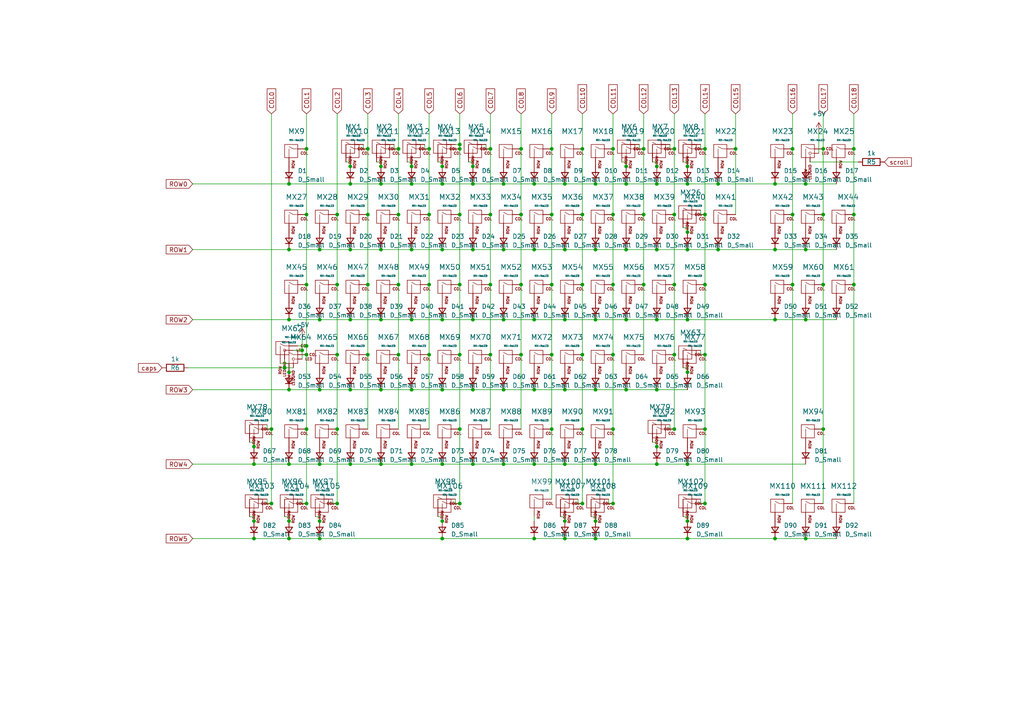
<source format=kicad_sch>
(kicad_sch (version 20231120) (generator "eeschema") (generator_version "8.0")
  (paper "A4")
  (lib_symbols
    (symbol "Device:D_Small" (pin_numbers hide) (pin_names (offset 0.254) hide)
      (property "Reference" "D" (at -1.27 2.032 0))
      (property "Value" "D_Small" (at -3.81 -2.032 0))
      (symbol "D_Small_1_1"
        (pin passive line (at -2.54 0 0) (length 1.778) (name "K") (number "1"))
        (pin passive line (at 2.54 0 180) (length 1.778) (name "A") (number "2"))
      )
    )
    (symbol "Device:R" (pin_numbers hide) (pin_names (offset 0))
      (property "Reference" "R" (at 2.032 0 90))
      (property "Value" "R" (at 0 0 90))
      (symbol "R_1_1"
        (pin passive line (at 0 3.81 270) (length 1.27) (name "~") (number "1"))
        (pin passive line (at 0 -3.81 90) (length 1.27) (name "~") (number "2"))
      )
    )
    (symbol "MX_Alps_Hybrid:MX-LED" (pin_names (offset 1.016))
      (property "Reference" "MX" (at -0.635 3.81 0))
      (property "Value" "MX-LED" (at -0.635 1.27 0))
      (symbol "MX-LED_0_0"
        (text "COL" (at 5.715 1.27 0) (effects (font (size 0.762 0.762))))
        (text "LED" (at 4.445 0 0) (effects (font (size 0.762 0.762))))
        (text "ROW" (at -1.27 -4.445 900) (effects (font (size 0.762 0.762)) (justify right)))
      )
      (symbol "MX-LED_1_0"
        (text "LEDGND" (at 0 -3.175 900) (effects (font (size 0.762 0.762)) (justify right)))
      )
      (symbol "MX-LED_1_1"
        (pin passive line (at 3.81 1.27 180) (length 2.54) (name "COL") (number "1"))
        (pin passive line (at -1.27 -3.81 90) (length 2.54) (name "ROW") (number "2"))
        (pin input line (at 2.54 0 180) (length 1.27) (name "LED") (number "3"))
        (pin passive line (at 0 -2.54 90) (length 1.27) (name "LEDGND") (number "4"))
      )
    )
    (symbol "MX_Alps_Hybrid:MX-NoLED" (pin_names (offset 1.016))
      (property "Reference" "MX" (at -0.635 3.81 0))
      (property "Value" "MX-NoLED" (at -0.635 1.27 0))
      (symbol "MX-NoLED_0_0"
        (text "COL" (at 3.175 0 0) (effects (font (size 0.762 0.762))))
        (text "ROW" (at 0 -1.905 900) (effects (font (size 0.762 0.762)) (justify right)))
      )
      (symbol "MX-NoLED_1_1"
        (pin passive line (at 3.81 1.27 180) (length 2.54) (name "COL") (number "1"))
        (pin passive line (at -1.27 -3.81 90) (length 2.54) (name "ROW") (number "2"))
      )
    )
    (symbol "power:+5V" (power) (pin_numbers hide) (pin_names (offset 0) hide)
      (property "Value" "+5V" (at 0 3.556 0))
      (symbol "+5V_1_1"
        (pin power_in line (at 0 0 90) (length 0) (name "~") (number "1"))
      )
    )
  )
  (junction (at 154.94 53.34))
  (junction (at 160.02 102.87))
  (junction (at 97.79 82.55))
  (junction (at 146.05 53.34))
  (junction (at 101.6 48.26))
  (junction (at 119.38 134.62))
  (junction (at 172.72 92.71))
  (junction (at 199.39 72.39))
  (junction (at 73.66 129.54))
  (junction (at 151.13 43.18))
  (junction (at 115.57 102.87))
  (junction (at 128.27 156.21))
  (junction (at 199.39 53.34))
  (junction (at 92.71 72.39))
  (junction (at 73.66 156.21))
  (junction (at 142.24 43.18))
  (junction (at 83.82 92.71))
  (junction (at 233.68 72.39))
  (junction (at 73.66 134.62))
  (junction (at 88.9 43.18))
  (junction (at 128.27 53.34))
  (junction (at 106.68 82.55))
  (junction (at 204.47 82.55))
  (junction (at 137.16 134.62))
  (junction (at 110.49 48.26))
  (junction (at 106.68 62.23))
  (junction (at 213.36 43.18))
  (junction (at 224.79 72.39))
  (junction (at 154.94 134.62))
  (junction (at 163.83 151.13))
  (junction (at 177.8 102.87))
  (junction (at 101.6 113.03))
  (junction (at 92.71 151.13))
  (junction (at 190.5 48.26))
  (junction (at 128.27 151.13))
  (junction (at 83.82 72.39))
  (junction (at 163.83 53.34))
  (junction (at 110.49 53.34))
  (junction (at 151.13 102.87))
  (junction (at 160.02 62.23))
  (junction (at 83.82 156.21))
  (junction (at 151.13 62.23))
  (junction (at 190.5 72.39))
  (junction (at 119.38 48.26))
  (junction (at 119.38 92.71))
  (junction (at 106.68 102.87))
  (junction (at 110.49 134.62))
  (junction (at 199.39 67.31))
  (junction (at 92.71 156.21))
  (junction (at 190.5 113.03))
  (junction (at 204.47 124.46))
  (junction (at 195.58 124.46))
  (junction (at 204.47 102.87))
  (junction (at 204.47 62.23))
  (junction (at 154.94 113.03))
  (junction (at 146.05 113.03))
  (junction (at 181.61 48.26))
  (junction (at 168.91 102.87))
  (junction (at 97.79 102.87))
  (junction (at 168.91 43.18))
  (junction (at 186.69 43.18))
  (junction (at 199.39 107.95))
  (junction (at 128.27 92.71))
  (junction (at 151.13 82.55))
  (junction (at 186.69 62.23))
  (junction (at 83.82 113.03))
  (junction (at 168.91 146.05))
  (junction (at 88.9 100.33))
  (junction (at 208.28 53.34))
  (junction (at 128.27 72.39))
  (junction (at 88.9 124.46))
  (junction (at 137.16 92.71))
  (junction (at 190.5 129.54))
  (junction (at 224.79 53.34))
  (junction (at 247.65 82.55))
  (junction (at 133.35 62.23))
  (junction (at 154.94 72.39))
  (junction (at 83.82 107.95))
  (junction (at 160.02 124.46))
  (junction (at 154.94 92.71))
  (junction (at 204.47 146.05))
  (junction (at 101.6 134.62))
  (junction (at 133.35 41.91))
  (junction (at 128.27 48.26))
  (junction (at 163.83 134.62))
  (junction (at 172.72 134.62))
  (junction (at 163.83 72.39))
  (junction (at 101.6 92.71))
  (junction (at 73.66 151.13))
  (junction (at 124.46 43.18))
  (junction (at 154.94 156.21))
  (junction (at 199.39 48.26))
  (junction (at 177.8 62.23))
  (junction (at 83.82 151.13))
  (junction (at 238.76 82.55))
  (junction (at 163.83 92.71))
  (junction (at 238.76 124.46))
  (junction (at 92.71 134.62))
  (junction (at 229.87 82.55))
  (junction (at 119.38 53.34))
  (junction (at 124.46 82.55))
  (junction (at 142.24 82.55))
  (junction (at 181.61 92.71))
  (junction (at 106.68 43.18))
  (junction (at 177.8 82.55))
  (junction (at 87.63 101.6))
  (junction (at 137.16 53.34))
  (junction (at 229.87 62.23))
  (junction (at 82.55 106.68))
  (junction (at 181.61 53.34))
  (junction (at 190.5 92.71))
  (junction (at 233.68 53.34))
  (junction (at 83.82 134.62))
  (junction (at 181.61 72.39))
  (junction (at 247.65 43.18))
  (junction (at 115.57 62.23))
  (junction (at 142.24 62.23))
  (junction (at 160.02 82.55))
  (junction (at 110.49 113.03))
  (junction (at 160.02 43.18))
  (junction (at 224.79 156.21))
  (junction (at 229.87 43.18))
  (junction (at 119.38 113.03))
  (junction (at 119.38 72.39))
  (junction (at 137.16 48.26))
  (junction (at 199.39 134.62))
  (junction (at 133.35 82.55))
  (junction (at 92.71 92.71))
  (junction (at 83.82 53.34))
  (junction (at 88.9 102.87))
  (junction (at 92.71 113.03))
  (junction (at 177.8 43.18))
  (junction (at 97.79 62.23))
  (junction (at 172.72 72.39))
  (junction (at 233.68 156.21))
  (junction (at 199.39 156.21))
  (junction (at 133.35 43.18))
  (junction (at 88.9 146.05))
  (junction (at 101.6 72.39))
  (junction (at 186.69 82.55))
  (junction (at 133.35 102.87))
  (junction (at 204.47 43.18))
  (junction (at 177.8 124.46))
  (junction (at 128.27 113.03))
  (junction (at 233.68 92.71))
  (junction (at 101.6 53.34))
  (junction (at 168.91 62.23))
  (junction (at 115.57 82.55))
  (junction (at 168.91 82.55))
  (junction (at 146.05 92.71))
  (junction (at 163.83 156.21))
  (junction (at 195.58 102.87))
  (junction (at 146.05 134.62))
  (junction (at 195.58 43.18))
  (junction (at 128.27 134.62))
  (junction (at 97.79 124.46))
  (junction (at 199.39 92.71))
  (junction (at 195.58 82.55))
  (junction (at 199.39 151.13))
  (junction (at 163.83 113.03))
  (junction (at 168.91 124.46))
  (junction (at 172.72 113.03))
  (junction (at 172.72 53.34))
  (junction (at 177.8 146.05))
  (junction (at 124.46 102.87))
  (junction (at 238.76 43.18))
  (junction (at 133.35 146.05))
  (junction (at 172.72 156.21))
  (junction (at 172.72 151.13))
  (junction (at 181.61 113.03))
  (junction (at 88.9 82.55))
  (junction (at 115.57 43.18))
  (junction (at 124.46 62.23))
  (junction (at 110.49 72.39))
  (junction (at 137.16 113.03))
  (junction (at 190.5 134.62))
  (junction (at 195.58 62.23))
  (junction (at 224.79 92.71))
  (junction (at 142.24 102.87))
  (junction (at 97.79 146.05))
  (junction (at 247.65 62.23))
  (junction (at 238.76 62.23))
  (junction (at 190.5 53.34))
  (junction (at 88.9 62.23))
  (junction (at 137.16 72.39))
  (junction (at 78.74 146.05))
  (junction (at 146.05 72.39))
  (junction (at 208.28 72.39))
  (junction (at 133.35 124.46))
  (junction (at 110.49 92.71))
  (junction (at 78.74 124.46))
  (wire (pts (xy 133.35 62.23) (xy 133.35 82.55)))
  (wire (pts (xy 128.27 134.62) (xy 137.16 134.62)))
  (wire (pts (xy 101.6 134.62) (xy 110.49 134.62)))
  (wire (pts (xy 137.16 113.03) (xy 146.05 113.03)))
  (wire (pts (xy 133.35 33.02) (xy 133.35 41.91)))
  (wire (pts (xy 128.27 156.21) (xy 154.94 156.21)))
  (wire (pts (xy 119.38 53.34) (xy 128.27 53.34)))
  (wire (pts (xy 247.65 33.02) (xy 247.65 43.18)))
  (wire (pts (xy 151.13 82.55) (xy 151.13 102.87)))
  (wire (pts (xy 203.2 62.23) (xy 204.47 62.23)))
  (wire (pts (xy 82.55 104.14) (xy 82.55 106.68)))
  (wire (pts (xy 229.87 33.02) (xy 229.87 43.18)))
  (wire (pts (xy 124.46 33.02) (xy 124.46 43.18)))
  (wire (pts (xy 96.52 144.78) (xy 96.52 146.05)))
  (wire (pts (xy 83.82 53.34) (xy 101.6 53.34)))
  (wire (pts (xy 119.38 72.39) (xy 128.27 72.39)))
  (wire (pts (xy 106.68 62.23) (xy 106.68 82.55)))
  (wire (pts (xy 55.88 113.03) (xy 83.82 113.03)))
  (wire (pts (xy 203.2 41.91) (xy 203.2 43.18)))
  (wire (pts (xy 88.9 43.18) (xy 88.9 62.23)))
  (wire (pts (xy 140.97 43.18) (xy 142.24 43.18)))
  (wire (pts (xy 106.68 33.02) (xy 106.68 43.18)))
  (wire (pts (xy 180.34 46.99) (xy 181.61 46.99)))
  (wire (pts (xy 92.71 134.62) (xy 101.6 134.62)))
  (wire (pts (xy 87.63 101.6) (xy 87.63 104.14)))
  (wire (pts (xy 229.87 82.55) (xy 229.87 146.05)))
  (wire (pts (xy 119.38 92.71) (xy 128.27 92.71)))
  (wire (pts (xy 208.28 72.39) (xy 224.79 72.39)))
  (wire (pts (xy 186.69 33.02) (xy 186.69 43.18)))
  (wire (pts (xy 199.39 92.71) (xy 224.79 92.71)))
  (wire (pts (xy 163.83 53.34) (xy 172.72 53.34)))
  (wire (pts (xy 154.94 134.62) (xy 163.83 134.62)))
  (wire (pts (xy 124.46 82.55) (xy 124.46 102.87)))
  (wire (pts (xy 198.12 46.99) (xy 199.39 46.99)))
  (wire (pts (xy 82.55 106.68) (xy 85.09 106.68)))
  (wire (pts (xy 189.23 46.99) (xy 190.5 46.99)))
  (wire (pts (xy 172.72 53.34) (xy 181.61 53.34)))
  (wire (pts (xy 172.72 134.62) (xy 190.5 134.62)))
  (wire (pts (xy 177.8 33.02) (xy 177.8 43.18)))
  (wire (pts (xy 146.05 134.62) (xy 154.94 134.62)))
  (wire (pts (xy 91.44 149.86) (xy 92.71 149.86)))
  (wire (pts (xy 154.94 156.21) (xy 163.83 156.21)))
  (wire (pts (xy 195.58 33.02) (xy 195.58 43.18)))
  (wire (pts (xy 55.88 72.39) (xy 83.82 72.39)))
  (wire (pts (xy 92.71 149.86) (xy 92.71 151.13)))
  (wire (pts (xy 186.69 82.55) (xy 186.69 102.87)))
  (wire (pts (xy 181.61 46.99) (xy 181.61 48.26)))
  (wire (pts (xy 72.39 128.27) (xy 73.66 128.27)))
  (wire (pts (xy 101.6 46.99) (xy 101.6 48.26)))
  (wire (pts (xy 86.36 100.33) (xy 88.9 100.33)))
  (wire (pts (xy 137.16 72.39) (xy 146.05 72.39)))
  (wire (pts (xy 97.79 124.46) (xy 97.79 146.05)))
  (wire (pts (xy 199.39 156.21) (xy 224.79 156.21)))
  (wire (pts (xy 163.83 113.03) (xy 172.72 113.03)))
  (wire (pts (xy 203.2 60.96) (xy 203.2 62.23)))
  (wire (pts (xy 119.38 113.03) (xy 128.27 113.03)))
  (wire (pts (xy 123.19 41.91) (xy 123.19 43.18)))
  (wire (pts (xy 115.57 62.23) (xy 115.57 82.55)))
  (wire (pts (xy 115.57 33.02) (xy 115.57 43.18)))
  (wire (pts (xy 198.12 106.68) (xy 199.39 106.68)))
  (wire (pts (xy 198.12 66.04) (xy 199.39 66.04)))
  (wire (pts (xy 160.02 33.02) (xy 160.02 43.18)))
  (wire (pts (xy 177.8 124.46) (xy 177.8 146.05)))
  (wire (pts (xy 163.83 72.39) (xy 172.72 72.39)))
  (wire (pts (xy 203.2 102.87) (xy 204.47 102.87)))
  (wire (pts (xy 237.49 38.1) (xy 237.49 44.45)))
  (wire (pts (xy 85.09 101.6) (xy 87.63 101.6)))
  (wire (pts (xy 101.6 92.71) (xy 110.49 92.71)))
  (wire (pts (xy 199.39 66.04) (xy 199.39 67.31)))
  (wire (pts (xy 190.5 53.34) (xy 199.39 53.34)))
  (wire (pts (xy 167.64 146.05) (xy 168.91 146.05)))
  (wire (pts (xy 83.82 105.41) (xy 83.82 107.95)))
  (wire (pts (xy 109.22 46.99) (xy 110.49 46.99)))
  (wire (pts (xy 195.58 102.87) (xy 195.58 124.46)))
  (wire (pts (xy 190.5 128.27) (xy 190.5 129.54)))
  (wire (pts (xy 190.5 92.71) (xy 199.39 92.71)))
  (wire (pts (xy 247.65 82.55) (xy 247.65 146.05)))
  (wire (pts (xy 168.91 43.18) (xy 168.91 62.23)))
  (wire (pts (xy 176.53 144.78) (xy 176.53 146.05)))
  (wire (pts (xy 114.3 43.18) (xy 115.57 43.18)))
  (wire (pts (xy 163.83 149.86) (xy 163.83 151.13)))
  (wire (pts (xy 203.2 146.05) (xy 204.47 146.05)))
  (wire (pts (xy 160.02 124.46) (xy 160.02 144.78)))
  (wire (pts (xy 189.23 128.27) (xy 190.5 128.27)))
  (wire (pts (xy 224.79 72.39) (xy 233.68 72.39)))
  (wire (pts (xy 238.76 33.02) (xy 238.76 43.18)))
  (wire (pts (xy 128.27 53.34) (xy 137.16 53.34)))
  (wire (pts (xy 204.47 62.23) (xy 204.47 82.55)))
  (wire (pts (xy 238.76 43.18) (xy 238.76 62.23)))
  (wire (pts (xy 199.39 46.99) (xy 199.39 48.26)))
  (wire (pts (xy 203.2 101.6) (xy 203.2 102.87)))
  (wire (pts (xy 154.94 92.71) (xy 163.83 92.71)))
  (wire (pts (xy 124.46 102.87) (xy 124.46 124.46)))
  (wire (pts (xy 73.66 128.27) (xy 73.66 129.54)))
  (wire (pts (xy 114.3 41.91) (xy 114.3 43.18)))
  (wire (pts (xy 238.76 124.46) (xy 238.76 146.05)))
  (wire (pts (xy 97.79 33.02) (xy 97.79 62.23)))
  (wire (pts (xy 127 149.86) (xy 128.27 149.86)))
  (wire (pts (xy 133.35 82.55) (xy 133.35 102.87)))
  (wire (pts (xy 92.71 113.03) (xy 101.6 113.03)))
  (wire (pts (xy 83.82 149.86) (xy 83.82 151.13)))
  (wire (pts (xy 186.69 62.23) (xy 186.69 82.55)))
  (wire (pts (xy 110.49 134.62) (xy 119.38 134.62)))
  (wire (pts (xy 151.13 62.23) (xy 151.13 82.55)))
  (wire (pts (xy 77.47 124.46) (xy 78.74 124.46)))
  (wire (pts (xy 83.82 113.03) (xy 92.71 113.03)))
  (wire (pts (xy 78.74 33.02) (xy 78.74 124.46)))
  (wire (pts (xy 151.13 43.18) (xy 151.13 62.23)))
  (wire (pts (xy 195.58 82.55) (xy 195.58 102.87)))
  (wire (pts (xy 204.47 33.02) (xy 204.47 43.18)))
  (wire (pts (xy 160.02 102.87) (xy 160.02 124.46)))
  (wire (pts (xy 247.65 43.18) (xy 247.65 62.23)))
  (wire (pts (xy 92.71 156.21) (xy 128.27 156.21)))
  (wire (pts (xy 177.8 43.18) (xy 177.8 62.23)))
  (wire (pts (xy 176.53 146.05) (xy 177.8 146.05)))
  (wire (pts (xy 190.5 46.99) (xy 190.5 48.26)))
  (wire (pts (xy 127 46.99) (xy 128.27 46.99)))
  (wire (pts (xy 204.47 102.87) (xy 204.47 124.46)))
  (wire (pts (xy 181.61 72.39) (xy 190.5 72.39)))
  (wire (pts (xy 224.79 53.34) (xy 233.68 53.34)))
  (wire (pts (xy 233.68 156.21) (xy 242.57 156.21)))
  (wire (pts (xy 133.35 41.91) (xy 133.35 43.18)))
  (wire (pts (xy 88.9 82.55) (xy 88.9 100.33)))
  (wire (pts (xy 87.63 146.05) (xy 88.9 146.05)))
  (wire (pts (xy 213.36 33.02) (xy 213.36 43.18)))
  (wire (pts (xy 190.5 134.62) (xy 199.39 134.62)))
  (wire (pts (xy 185.42 43.18) (xy 186.69 43.18)))
  (wire (pts (xy 238.76 62.23) (xy 238.76 82.55)))
  (wire (pts (xy 160.02 62.23) (xy 160.02 82.55)))
  (wire (pts (xy 142.24 102.87) (xy 142.24 124.46)))
  (wire (pts (xy 133.35 124.46) (xy 133.35 146.05)))
  (wire (pts (xy 77.47 146.05) (xy 78.74 146.05)))
  (wire (pts (xy 115.57 82.55) (xy 115.57 102.87)))
  (wire (pts (xy 88.9 33.02) (xy 88.9 43.18)))
  (wire (pts (xy 199.39 106.68) (xy 199.39 107.95)))
  (wire (pts (xy 140.97 41.91) (xy 140.97 43.18)))
  (wire (pts (xy 100.33 46.99) (xy 101.6 46.99)))
  (wire (pts (xy 208.28 53.34) (xy 224.79 53.34)))
  (wire (pts (xy 124.46 43.18) (xy 124.46 62.23)))
  (wire (pts (xy 132.08 41.91) (xy 133.35 41.91)))
  (wire (pts (xy 101.6 53.34) (xy 110.49 53.34)))
  (wire (pts (xy 168.91 102.87) (xy 168.91 124.46)))
  (wire (pts (xy 101.6 72.39) (xy 110.49 72.39)))
  (wire (pts (xy 73.66 149.86) (xy 73.66 151.13)))
  (wire (pts (xy 142.24 82.55) (xy 142.24 102.87)))
  (wire (pts (xy 119.38 134.62) (xy 128.27 134.62)))
  (wire (pts (xy 137.16 46.99) (xy 137.16 48.26)))
  (wire (pts (xy 54.61 106.68) (xy 82.55 106.68)))
  (wire (pts (xy 204.47 43.18) (xy 204.47 62.23)))
  (wire (pts (xy 110.49 113.03) (xy 119.38 113.03)))
  (wire (pts (xy 101.6 113.03) (xy 110.49 113.03)))
  (wire (pts (xy 163.83 134.62) (xy 172.72 134.62)))
  (wire (pts (xy 194.31 43.18) (xy 195.58 43.18)))
  (wire (pts (xy 172.72 156.21) (xy 199.39 156.21)))
  (wire (pts (xy 233.68 92.71) (xy 242.57 92.71)))
  (wire (pts (xy 154.94 53.34) (xy 163.83 53.34)))
  (wire (pts (xy 146.05 72.39) (xy 154.94 72.39)))
  (wire (pts (xy 128.27 149.86) (xy 128.27 151.13)))
  (wire (pts (xy 110.49 53.34) (xy 119.38 53.34)))
  (wire (pts (xy 247.65 62.23) (xy 247.65 82.55)))
  (wire (pts (xy 195.58 62.23) (xy 195.58 82.55)))
  (wire (pts (xy 163.83 92.71) (xy 172.72 92.71)))
  (wire (pts (xy 146.05 92.71) (xy 154.94 92.71)))
  (wire (pts (xy 194.31 124.46) (xy 195.58 124.46)))
  (wire (pts (xy 172.72 113.03) (xy 181.61 113.03)))
  (wire (pts (xy 106.68 82.55) (xy 106.68 102.87)))
  (wire (pts (xy 204.47 82.55) (xy 204.47 102.87)))
  (wire (pts (xy 238.76 82.55) (xy 238.76 124.46)))
  (wire (pts (xy 106.68 102.87) (xy 106.68 124.46)))
  (wire (pts (xy 185.42 41.91) (xy 185.42 43.18)))
  (wire (pts (xy 194.31 41.91) (xy 194.31 43.18)))
  (wire (pts (xy 124.46 62.23) (xy 124.46 82.55)))
  (wire (pts (xy 132.08 144.78) (xy 132.08 146.05)))
  (wire (pts (xy 87.63 97.79) (xy 87.63 101.6)))
  (wire (pts (xy 198.12 149.86) (xy 199.39 149.86)))
  (wire (pts (xy 224.79 92.71) (xy 233.68 92.71)))
  (wire (pts (xy 123.19 43.18) (xy 124.46 43.18)))
  (wire (pts (xy 97.79 62.23) (xy 97.79 82.55)))
  (wire (pts (xy 105.41 43.18) (xy 106.68 43.18)))
  (wire (pts (xy 55.88 134.62) (xy 73.66 134.62)))
  (wire (pts (xy 195.58 43.18) (xy 195.58 62.23)))
  (wire (pts (xy 72.39 149.86) (xy 73.66 149.86)))
  (wire (pts (xy 146.05 53.34) (xy 154.94 53.34)))
  (wire (pts (xy 73.66 134.62) (xy 83.82 134.62)))
  (wire (pts (xy 172.72 92.71) (xy 181.61 92.71)))
  (wire (pts (xy 163.83 156.21) (xy 172.72 156.21)))
  (wire (pts (xy 199.39 134.62) (xy 233.68 134.62)))
  (wire (pts (xy 135.89 46.99) (xy 137.16 46.99)))
  (wire (pts (xy 154.94 72.39) (xy 163.83 72.39)))
  (wire (pts (xy 77.47 144.78) (xy 77.47 146.05)))
  (wire (pts (xy 199.39 149.86) (xy 199.39 151.13)))
  (wire (pts (xy 97.79 102.87) (xy 97.79 124.46)))
  (wire (pts (xy 229.87 62.23) (xy 229.87 82.55)))
  (wire (pts (xy 88.9 124.46) (xy 88.9 146.05)))
  (wire (pts (xy 55.88 156.21) (xy 73.66 156.21)))
  (wire (pts (xy 160.02 82.55) (xy 160.02 102.87)))
  (wire (pts (xy 203.2 43.18) (xy 204.47 43.18)))
  (wire (pts (xy 160.02 43.18) (xy 160.02 62.23)))
  (wire (pts (xy 181.61 113.03) (xy 190.5 113.03)))
  (wire (pts (xy 55.88 53.34) (xy 83.82 53.34)))
  (wire (pts (xy 181.61 53.34) (xy 190.5 53.34)))
  (wire (pts (xy 110.49 92.71) (xy 119.38 92.71)))
  (wire (pts (xy 190.5 72.39) (xy 199.39 72.39)))
  (wire (pts (xy 92.71 72.39) (xy 101.6 72.39)))
  (wire (pts (xy 171.45 149.86) (xy 172.72 149.86)))
  (wire (pts (xy 92.71 92.71) (xy 101.6 92.71)))
  (wire (pts (xy 82.55 149.86) (xy 83.82 149.86)))
  (wire (pts (xy 137.16 134.62) (xy 146.05 134.62)))
  (wire (pts (xy 115.57 102.87) (xy 115.57 124.46)))
  (wire (pts (xy 83.82 134.62) (xy 92.71 134.62)))
  (wire (pts (xy 154.94 149.86) (xy 154.94 151.13)))
  (wire (pts (xy 177.8 102.87) (xy 177.8 124.46)))
  (wire (pts (xy 142.24 33.02) (xy 142.24 43.18)))
  (wire (pts (xy 233.68 72.39) (xy 242.57 72.39)))
  (wire (pts (xy 128.27 72.39) (xy 137.16 72.39)))
  (wire (pts (xy 132.08 146.05) (xy 133.35 146.05)))
  (wire (pts (xy 142.24 62.23) (xy 142.24 82.55)))
  (wire (pts (xy 81.28 105.41) (xy 83.82 105.41)))
  (wire (pts (xy 133.35 43.18) (xy 133.35 62.23)))
  (wire (pts (xy 106.68 43.18) (xy 106.68 62.23)))
  (wire (pts (xy 172.72 72.39) (xy 181.61 72.39)))
  (wire (pts (xy 88.9 100.33) (xy 88.9 102.87)))
  (wire (pts (xy 172.72 149.86) (xy 172.72 151.13)))
  (wire (pts (xy 137.16 92.71) (xy 146.05 92.71)))
  (wire (pts (xy 55.88 92.71) (xy 83.82 92.71)))
  (wire (pts (xy 77.47 123.19) (xy 77.47 124.46)))
  (wire (pts (xy 110.49 46.99) (xy 110.49 48.26)))
  (wire (pts (xy 118.11 46.99) (xy 119.38 46.99)))
  (wire (pts (xy 133.35 102.87) (xy 133.35 124.46)))
  (wire (pts (xy 128.27 46.99) (xy 128.27 48.26)))
  (wire (pts (xy 234.95 46.99) (xy 248.92 46.99)))
  (wire (pts (xy 194.31 123.19) (xy 194.31 124.46)))
  (wire (pts (xy 233.68 53.34) (xy 242.57 53.34)))
  (wire (pts (xy 128.27 113.03) (xy 137.16 113.03)))
  (wire (pts (xy 105.41 41.91) (xy 105.41 43.18)))
  (wire (pts (xy 224.79 156.21) (xy 233.68 156.21)))
  (wire (pts (xy 154.94 113.03) (xy 163.83 113.03)))
  (wire (pts (xy 162.56 149.86) (xy 163.83 149.86)))
  (wire (pts (xy 78.74 124.46) (xy 78.74 146.05)))
  (wire (pts (xy 186.69 43.18) (xy 186.69 62.23)))
  (wire (pts (xy 151.13 33.02) (xy 151.13 43.18)))
  (wire (pts (xy 88.9 102.87) (xy 88.9 124.46)))
  (wire (pts (xy 83.82 72.39) (xy 92.71 72.39)))
  (wire (pts (xy 177.8 62.23) (xy 177.8 82.55)))
  (wire (pts (xy 110.49 72.39) (xy 119.38 72.39)))
  (wire (pts (xy 181.61 92.71) (xy 190.5 92.71)))
  (wire (pts (xy 88.9 62.23) (xy 88.9 82.55)))
  (wire (pts (xy 151.13 102.87) (xy 151.13 124.46)))
  (wire (pts (xy 83.82 156.21) (xy 92.71 156.21)))
  (wire (pts (xy 96.52 146.05) (xy 97.79 146.05)))
  (wire (pts (xy 119.38 46.99) (xy 119.38 48.26)))
  (wire (pts (xy 128.27 92.71) (xy 137.16 92.71)))
  (wire (pts (xy 168.91 82.55) (xy 168.91 102.87)))
  (wire (pts (xy 167.64 144.78) (xy 167.64 146.05)))
  (wire (pts (xy 204.47 124.46) (xy 204.47 146.05)))
  (wire (pts (xy 73.66 156.21) (xy 83.82 156.21)))
  (wire (pts (xy 168.91 124.46) (xy 168.91 146.05)))
  (wire (pts (xy 190.5 113.03) (xy 199.39 113.03)))
  (wire (pts (xy 199.39 53.34) (xy 208.28 53.34)))
  (wire (pts (xy 199.39 72.39) (xy 208.28 72.39)))
  (wire (pts (xy 168.91 33.02) (xy 168.91 43.18)))
  (wire (pts (xy 115.57 43.18) (xy 115.57 62.23)))
  (wire (pts (xy 97.79 82.55) (xy 97.79 102.87)))
  (wire (pts (xy 229.87 43.18) (xy 229.87 62.23)))
  (wire (pts (xy 142.24 43.18) (xy 142.24 62.23)))
  (wire (pts (xy 137.16 53.34) (xy 146.05 53.34)))
  (wire (pts (xy 87.63 144.78) (xy 87.63 146.05)))
  (wire (pts (xy 213.36 43.18) (xy 213.36 62.23)))
  (wire (pts (xy 203.2 144.78) (xy 203.2 146.05)))
  (wire (pts (xy 146.05 113.03) (xy 154.94 113.03)))
  (wire (pts (xy 168.91 62.23) (xy 168.91 82.55)))
  (wire (pts (xy 83.82 92.71) (xy 92.71 92.71)))
  (wire (pts (xy 177.8 82.55) (xy 177.8 102.87)))
  (global_label "ROW4" (shape input) (at 55.88 134.62 180) (property "Intersheetrefs" "${INTERSHEET_REFS}" (effects (hide yes))))
  (global_label "caps" (shape input) (at 46.99 106.68 180) (property "Intersheetrefs" "${INTERSHEET_REFS}" (effects (hide yes))))
  (global_label "COL10" (shape input) (at 168.91 33.02 90) (property "Intersheetrefs" "${INTERSHEET_REFS}" (effects (hide yes))))
  (global_label "COL9" (shape input) (at 160.02 33.02 90) (property "Intersheetrefs" "${INTERSHEET_REFS}" (effects (hide yes))))
  (global_label "COL8" (shape input) (at 151.13 33.02 90) (property "Intersheetrefs" "${INTERSHEET_REFS}" (effects (hide yes))))
  (global_label "ROW2" (shape input) (at 55.88 92.71 180) (property "Intersheetrefs" "${INTERSHEET_REFS}" (effects (hide yes))))
  (global_label "COL3" (shape input) (at 106.68 33.02 90) (property "Intersheetrefs" "${INTERSHEET_REFS}" (effects (hide yes))))
  (global_label "COL15" (shape input) (at 213.36 33.02 90) (property "Intersheetrefs" "${INTERSHEET_REFS}" (effects (hide yes))))
  (global_label "COL7" (shape input) (at 142.24 33.02 90) (property "Intersheetrefs" "${INTERSHEET_REFS}" (effects (hide yes))))
  (global_label "COL16" (shape input) (at 229.87 33.02 90) (property "Intersheetrefs" "${INTERSHEET_REFS}" (effects (hide yes))))
  (global_label "COL0" (shape input) (at 78.74 33.02 90) (property "Intersheetrefs" "${INTERSHEET_REFS}" (effects (hide yes))))
  (global_label "ROW0" (shape input) (at 55.88 53.34 180) (property "Intersheetrefs" "${INTERSHEET_REFS}" (effects (hide yes))))
  (global_label "COL2" (shape input) (at 97.79 33.02 90) (property "Intersheetrefs" "${INTERSHEET_REFS}" (effects (hide yes))))
  (global_label "scroll" (shape input) (at 256.54 46.99 0) (property "Intersheetrefs" "${INTERSHEET_REFS}" (effects (hide yes))))
  (global_label "ROW1" (shape input) (at 55.88 72.39 180) (property "Intersheetrefs" "${INTERSHEET_REFS}" (effects (hide yes))))
  (global_label "ROW5" (shape input) (at 55.88 156.21 180) (property "Intersheetrefs" "${INTERSHEET_REFS}" (effects (hide yes))))
  (global_label "ROW3" (shape input) (at 55.88 113.03 180) (property "Intersheetrefs" "${INTERSHEET_REFS}" (effects (hide yes))))
  (global_label "COL4" (shape input) (at 115.57 33.02 90) (property "Intersheetrefs" "${INTERSHEET_REFS}" (effects (hide yes))))
  (global_label "COL6" (shape input) (at 133.35 33.02 90) (property "Intersheetrefs" "${INTERSHEET_REFS}" (effects (hide yes))))
  (global_label "COL14" (shape input) (at 204.47 33.02 90) (property "Intersheetrefs" "${INTERSHEET_REFS}" (effects (hide yes))))
  (global_label "COL1" (shape input) (at 88.9 33.02 90) (property "Intersheetrefs" "${INTERSHEET_REFS}" (effects (hide yes))))
  (global_label "COL12" (shape input) (at 186.69 33.02 90) (property "Intersheetrefs" "${INTERSHEET_REFS}" (effects (hide yes))))
  (global_label "COL11" (shape input) (at 177.8 33.02 90) (property "Intersheetrefs" "${INTERSHEET_REFS}" (effects (hide yes))))
  (global_label "COL13" (shape input) (at 195.58 33.02 90) (property "Intersheetrefs" "${INTERSHEET_REFS}" (effects (hide yes))))
  (global_label "COL17" (shape input) (at 238.76 33.02 90) (property "Intersheetrefs" "${INTERSHEET_REFS}" (effects (hide yes))))
  (global_label "COL5" (shape input) (at 124.46 33.02 90) (property "Intersheetrefs" "${INTERSHEET_REFS}" (effects (hide yes))))
  (global_label "COL18" (shape input) (at 247.65 33.02 90) (property "Intersheetrefs" "${INTERSHEET_REFS}" (effects (hide yes))))
  (symbol (lib_id "MX_Alps_Hybrid:MX-NoLED") (at 102.87 104.14 0) (unit 1)
    (property "Reference" "MX66" (at 103.7652 97.79 0) (effects (font (size 1.524 1.524))))
    (property "Value" "MX-NoLED" (at 103.7652 100.33 0) (effects (font (size 0.508 0.508))))
    (property "Footprint" "MX_Only:MXOnly-1U-NoLED" (effects (hide yes)))
  )
  (symbol (lib_id "Device:D_Small") (at 199.39 90.17 90) (unit 1)
    (property "Reference" "D49" (at 201.93 88.9 90) (effects (justify right)))
    (property "Value" "D_Small" (at 201.93 91.44 90) (effects (justify right)))
    (property "Footprint" "Diode_SMD:D_0805_2012Metric" (effects (hide yes)))
    (property "Sim.Device" "D" (effects (hide yes)))
    (property "Sim.Pins" "1=K 2=A" (effects (hide yes)))
  )
  (symbol (lib_id "Device:D_Small") (at 83.82 110.49 90) (unit 1)
    (property "Reference" "D53" (at 86.36 109.22 90) (effects (justify right)))
    (property "Value" "D_Small" (at 86.36 111.76 90) (effects (justify right)))
    (property "Footprint" "Diode_SMD:D_0805_2012Metric" (effects (hide yes)))
    (property "Sim.Device" "D" (effects (hide yes)))
    (property "Sim.Pins" "1=K 2=A" (effects (hide yes)))
  )
  (symbol (lib_id "MX_Alps_Hybrid:MX-NoLED") (at 173.99 147.32 0) (unit 1)
    (property "Reference" "MX108" (at 174.8852 140.97 0) (effects (font (size 1.524 1.524))))
    (property "Value" "MX-NoLED" (at 174.8852 143.51 0) (effects (font (size 0.508 0.508))))
    (property "Footprint" "MX_Only:MXOnly-1U-NoLED" (effects (hide yes)))
  )
  (symbol (lib_id "MX_Alps_Hybrid:MX-NoLED") (at 165.1 147.32 0) (unit 1)
    (property "Reference" "MX107" (at 165.9952 140.97 0) (effects (font (size 1.524 1.524))))
    (property "Value" "MX-NoLED" (at 165.9952 143.51 0) (effects (font (size 0.508 0.508))))
    (property "Footprint" "MX_Only:MXOnly-1.5U-NoLED" (effects (hide yes)))
  )
  (symbol (lib_id "Device:D_Small") (at 146.05 50.8 90) (unit 1)
    (property "Reference" "D7" (at 148.59 49.53 90) (effects (justify right)))
    (property "Value" "D_Small" (at 148.59 52.07 90) (effects (justify right)))
    (property "Footprint" "Diode_SMD:D_0805_2012Metric" (effects (hide yes)))
    (property "Sim.Device" "D" (effects (hide yes)))
    (property "Sim.Pins" "1=K 2=A" (effects (hide yes)))
  )
  (symbol (lib_id "MX_Alps_Hybrid:MX-NoLED") (at 243.84 83.82 0) (unit 1)
    (property "Reference" "MX61" (at 244.7352 77.47 0) (effects (font (size 1.524 1.524))))
    (property "Value" "MX-NoLED" (at 244.7352 80.01 0) (effects (font (size 0.508 0.508))))
    (property "Footprint" "MX_Only:MXOnly-1U-NoLED" (effects (hide yes)))
  )
  (symbol (lib_id "MX_Alps_Hybrid:MX-NoLED") (at 191.77 83.82 0) (unit 1)
    (property "Reference" "MX57" (at 192.6652 77.47 0) (effects (font (size 1.524 1.524))))
    (property "Value" "MX-NoLED" (at 192.6652 80.01 0) (effects (font (size 0.508 0.508))))
    (property "Footprint" "MX_Only:MXOnly-1U-NoLED" (effects (hide yes)))
  )
  (symbol (lib_id "Device:D_Small") (at 101.6 69.85 90) (unit 1)
    (property "Reference" "D20" (at 104.14 68.58 90) (effects (justify right)))
    (property "Value" "D_Small" (at 104.14 71.12 90) (effects (justify right)))
    (property "Footprint" "Diode_SMD:D_0805_2012Metric" (effects (hide yes)))
    (property "Sim.Device" "D" (effects (hide yes)))
    (property "Sim.Pins" "1=K 2=A" (effects (hide yes)))
  )
  (symbol (lib_id "MX_Alps_Hybrid:MX-NoLED") (at 92.71 146.05 0) (unit 1)
    (property "Reference" "MX97" (at 93.6052 139.7 0) (effects (font (size 1.524 1.524))))
    (property "Value" "MX-NoLED" (at 93.6052 142.24 0) (effects (font (size 0.508 0.508))))
    (property "Footprint" "MX_Only:MXOnly-1.25U-NoLED" (effects (hide yes)))
  )
  (symbol (lib_id "MX_Alps_Hybrid:MX-NoLED") (at 111.76 44.45 0) (unit 1)
    (property "Reference" "MX11" (at 112.6552 38.1 0) (effects (font (size 1.524 1.524))))
    (property "Value" "MX-NoLED" (at 112.6552 40.64 0) (effects (font (size 0.508 0.508))))
    (property "Footprint" "MX_Only:MXOnly-1U-NoLED" (effects (hide yes)))
  )
  (symbol (lib_id "Device:D_Small") (at 233.68 153.67 90) (unit 1)
    (property "Reference" "D91" (at 236.22 152.4 90) (effects (justify right)))
    (property "Value" "D_Small" (at 236.22 154.94 90) (effects (justify right)))
    (property "Footprint" "Diode_SMD:D_0805_2012Metric" (effects (hide yes)))
    (property "Sim.Device" "D" (effects (hide yes)))
    (property "Sim.Pins" "1=K 2=A" (effects (hide yes)))
  )
  (symbol (lib_id "Device:D_Small") (at 92.71 153.67 90) (unit 1)
    (property "Reference" "D84" (at 95.25 152.4 90) (effects (justify right)))
    (property "Value" "D_Small" (at 95.25 154.94 90) (effects (justify right)))
    (property "Footprint" "Diode_SMD:D_0805_2012Metric" (effects (hide yes)))
    (property "Sim.Device" "D" (effects (hide yes)))
    (property "Sim.Pins" "1=K 2=A" (effects (hide yes)))
  )
  (symbol (lib_id "Device:D_Small") (at 119.38 69.85 90) (unit 1)
    (property "Reference" "D22" (at 121.92 68.58 90) (effects (justify right)))
    (property "Value" "D_Small" (at 121.92 71.12 90) (effects (justify right)))
    (property "Footprint" "Diode_SMD:D_0805_2012Metric" (effects (hide yes)))
    (property "Sim.Device" "D" (effects (hide yes)))
    (property "Sim.Pins" "1=K 2=A" (effects (hide yes)))
  )
  (symbol (lib_id "MX_Alps_Hybrid:MX-NoLED") (at 173.99 63.5 0) (unit 1)
    (property "Reference" "MX37" (at 174.8852 57.15 0) (effects (font (size 1.524 1.524))))
    (property "Value" "MX-NoLED" (at 174.8852 59.69 0) (effects (font (size 0.508 0.508))))
    (property "Footprint" "MX_Only:MXOnly-1U-NoLED" (effects (hide yes)))
  )
  (symbol (lib_id "MX_Alps_Hybrid:MX-NoLED") (at 209.55 63.5 0) (unit 1)
    (property "Reference" "MX41" (at 210.4452 57.15 0) (effects (font (size 1.524 1.524))))
    (property "Value" "MX-NoLED" (at 210.4452 59.69 0) (effects (font (size 0.508 0.508))))
    (property "Footprint" "MX_Only:MXOnly-1U-NoLED" (effects (hide yes)))
  )
  (symbol (lib_id "MX_Alps_Hybrid:MX-NoLED") (at 85.09 125.73 0) (unit 1)
    (property "Reference" "MX81" (at 85.9852 119.38 0) (effects (font (size 1.524 1.524))))
    (property "Value" "MX-NoLED" (at 85.9852 121.92 0) (effects (font (size 0.508 0.508))))
    (property "Footprint" "MX_Only:MXOnly-1U-NoLED" (effects (hide yes)))
  )
  (symbol (lib_id "MX_Alps_Hybrid:MX-NoLED") (at 74.93 147.32 0) (unit 1)
    (property "Reference" "MX103" (at 75.8252 140.97 0) (effects (font (size 1.524 1.524))))
    (property "Value" "MX-NoLED" (at 75.8252 143.51 0) (effects (font (size 0.508 0.508))))
    (property "Footprint" "MX_Only:MXOnly-1.5U-NoLED" (effects (hide yes)))
  )
  (symbol (lib_id "MX_Alps_Hybrid:MX-NoLED") (at 85.09 44.45 0) (unit 1)
    (property "Reference" "MX9" (at 85.9852 38.1 0) (effects (font (size 1.524 1.524))))
    (property "Value" "MX-NoLED" (at 85.9852 40.64 0) (effects (font (size 0.508 0.508))))
    (property "Footprint" "MX_Only:MXOnly-1U-NoLED" (effects (hide yes)))
  )
  (symbol (lib_id "Device:D_Small") (at 92.71 90.17 90) (unit 1)
    (property "Reference" "D37" (at 95.25 88.9 90) (effects (justify right)))
    (property "Value" "D_Small" (at 95.25 91.44 90) (effects (justify right)))
    (property "Footprint" "Diode_SMD:D_0805_2012Metric" (effects (hide yes)))
    (property "Sim.Device" "D" (effects (hide yes)))
    (property "Sim.Pins" "1=K 2=A" (effects (hide yes)))
  )
  (symbol (lib_id "MX_Alps_Hybrid:MX-NoLED") (at 120.65 83.82 0) (unit 1)
    (property "Reference" "MX49" (at 121.5452 77.47 0) (effects (font (size 1.524 1.524))))
    (property "Value" "MX-NoLED" (at 121.5452 80.01 0) (effects (font (size 0.508 0.508))))
    (property "Footprint" "MX_Only:MXOnly-1U-NoLED" (effects (hide yes)))
  )
  (symbol (lib_id "Device:D_Small") (at 128.27 132.08 90) (unit 1)
    (property "Reference" "D73" (at 130.81 130.81 90) (effects (justify right)))
    (property "Value" "D_Small" (at 130.81 133.35 90) (effects (justify right)))
    (property "Footprint" "Diode_SMD:D_0805_2012Metric" (effects (hide yes)))
    (property "Sim.Device" "D" (effects (hide yes)))
    (property "Sim.Pins" "1=K 2=A" (effects (hide yes)))
  )
  (symbol (lib_id "Device:D_Small") (at 172.72 153.67 90) (unit 1)
    (property "Reference" "D88" (at 175.26 152.4 90) (effects (justify right)))
    (property "Value" "D_Small" (at 175.26 154.94 90) (effects (justify right)))
    (property "Footprint" "Diode_SMD:D_0805_2012Metric" (effects (hide yes)))
    (property "Sim.Device" "D" (effects (hide yes)))
    (property "Sim.Pins" "1=K 2=A" (effects (hide yes)))
  )
  (symbol (lib_id "MX_Alps_Hybrid:MX-NoLED") (at 243.84 44.45 0) (unit 1)
    (property "Reference" "MX25" (at 244.7352 38.1 0) (effects (font (size 1.524 1.524))))
    (property "Value" "MX-NoLED" (at 244.7352 40.64 0) (effects (font (size 0.508 0.508))))
    (property "Footprint" "MX_Only:MXOnly-1U-NoLED" (effects (hide yes)))
  )
  (symbol (lib_id "MX_Alps_Hybrid:MX-NoLED") (at 234.95 83.82 0) (unit 1)
    (property "Reference" "MX60" (at 235.8452 77.47 0) (effects (font (size 1.524 1.524))))
    (property "Value" "MX-NoLED" (at 235.8452 80.01 0) (effects (font (size 0.508 0.508))))
    (property "Footprint" "MX_Only:MXOnly-1U-NoLED" (effects (hide yes)))
  )
  (symbol (lib_id "MX_Alps_Hybrid:MX-NoLED") (at 165.1 44.45 0) (unit 1)
    (property "Reference" "MX17" (at 165.9952 38.1 0) (effects (font (size 1.524 1.524))))
    (property "Value" "MX-NoLED" (effects (hide yes)))
    (property "Footprint" "MX_Only:MXOnly-1U-NoLED" (effects (hide yes)))
  )
  (symbol (lib_id "MX_Alps_Hybrid:MX-NoLED") (at 190.5 43.18 0) (unit 1)
    (property "Reference" "MX7" (at 191.3952 36.83 0) (effects (font (size 1.524 1.524))))
    (property "Value" "MX-NoLED" (at 191.3952 39.37 0) (effects (font (size 0.508 0.508))))
    (property "Footprint" "MX_Only:MXOnly-1U-NoLED" (effects (hide yes)))
  )
  (symbol (lib_id "MX_Alps_Hybrid:MX-NoLED") (at 173.99 104.14 0) (unit 1)
    (property "Reference" "MX74" (at 174.8852 97.79 0) (effects (font (size 1.524 1.524))))
    (property "Value" "MX-NoLED" (at 174.8852 100.33 0) (effects (font (size 0.508 0.508))))
    (property "Footprint" "MX_Only:MXOnly-1U-NoLED" (effects (hide yes)))
  )
  (symbol (lib_id "Device:D_Small") (at 181.61 69.85 90) (unit 1)
    (property "Reference" "D29" (at 184.15 68.58 90) (effects (justify right)))
    (property "Value" "D_Small" (at 184.15 71.12 90) (effects (justify right)))
    (property "Footprint" "Diode_SMD:D_0805_2012Metric" (effects (hide yes)))
    (property "Sim.Device" "D" (effects (hide yes)))
    (property "Sim.Pins" "1=K 2=A" (effects (hide yes)))
  )
  (symbol (lib_id "Device:D_Small") (at 163.83 153.67 90) (unit 1)
    (property "Reference" "D87" (at 166.37 152.4 90) (effects (justify right)))
    (property "Value" "D_Small" (at 166.37 154.94 90) (effects (justify right)))
    (property "Footprint" "Diode_SMD:D_0805_2012Metric" (effects (hide yes)))
    (property "Sim.Device" "D" (effects (hide yes)))
    (property "Sim.Pins" "1=K 2=A" (effects (hide yes)))
  )
  (symbol (lib_id "MX_Alps_Hybrid:MX-NoLED") (at 120.65 63.5 0) (unit 1)
    (property "Reference" "MX31" (at 121.5452 57.15 0) (effects (font (size 1.524 1.524))))
    (property "Value" "MX-NoLED" (at 121.5452 59.69 0) (effects (font (size 0.508 0.508))))
    (property "Footprint" "MX_Only:MXOnly-1U-NoLED" (effects (hide yes)))
  )
  (symbol (lib_id "Device:R") (at 50.8 106.68 270) (unit 1)
    (property "Reference" "R6" (at 50.8 106.68 90))
    (property "Value" "1k" (at 50.8 104.14 90))
    (property "Footprint" "Resistor_SMD:R_0805_2012Metric" (effects (hide yes)))
  )
  (symbol (lib_id "MX_Alps_Hybrid:MX-NoLED") (at 199.39 146.05 0) (unit 1)
    (property "Reference" "MX102" (at 200.2852 139.7 0) (effects (font (size 1.524 1.524))))
    (property "Value" "MX-NoLED" (at 200.2852 142.24 0) (effects (font (size 0.508 0.508))))
    (property "Footprint" "MX_Only:MXOnly-1.25U-NoLED" (effects (hide yes)))
  )
  (symbol (lib_id "Device:D_Small") (at 154.94 153.67 90) (unit 1)
    (property "Reference" "D86" (at 157.48 152.4 90) (effects (justify right)))
    (property "Value" "D_Small" (at 157.48 154.94 90) (effects (justify right)))
    (property "Footprint" "Diode_SMD:D_0805_2012Metric" (effects (hide yes)))
    (property "Sim.Device" "D" (effects (hide yes)))
    (property "Sim.Pins" "1=K 2=A" (effects (hide yes)))
  )
  (symbol (lib_id "MX_Alps_Hybrid:MX-NoLED") (at 93.98 147.32 0) (unit 1)
    (property "Reference" "MX105" (at 94.8752 140.97 0) (effects (font (size 1.524 1.524))))
    (property "Value" "MX-NoLED" (at 94.8752 143.51 0) (effects (font (size 0.508 0.508))))
    (property "Footprint" "MX_Only:MXOnly-1.5U-NoLED" (effects (hide yes)))
  )
  (symbol (lib_id "Device:D_Small") (at 83.82 153.67 90) (unit 1)
    (property "Reference" "D83" (at 86.36 152.4 90) (effects (justify right)))
    (property "Value" "D_Small" (at 86.36 154.94 90) (effects (justify right)))
    (property "Footprint" "Diode_SMD:D_0805_2012Metric" (effects (hide yes)))
    (property "Sim.Device" "D" (effects (hide yes)))
    (property "Sim.Pins" "1=K 2=A" (effects (hide yes)))
  )
  (symbol (lib_id "Device:D_Small") (at 146.05 110.49 90) (unit 1)
    (property "Reference" "D60" (at 148.59 109.22 90) (effects (justify right)))
    (property "Value" "D_Small" (at 148.59 111.76 90) (effects (justify right)))
    (property "Footprint" "Diode_SMD:D_0805_2012Metric" (effects (hide yes)))
    (property "Sim.Device" "D" (effects (hide yes)))
    (property "Sim.Pins" "1=K 2=A" (effects (hide yes)))
  )
  (symbol (lib_id "MX_Alps_Hybrid:MX-NoLED") (at 199.39 102.87 0) (unit 1)
    (property "Reference" "MX63" (at 200.2852 96.52 0) (effects (font (size 1.524 1.524))))
    (property "Value" "MX-NoLED" (at 200.2852 99.06 0) (effects (font (size 0.508 0.508))))
    (property "Footprint" "MX_Only:MXOnly-ISO-ReversedStabilizers-NoLED" (effects (hide yes)))
  )
  (symbol (lib_id "MX_Alps_Hybrid:MX-NoLED") (at 120.65 44.45 0) (unit 1)
    (property "Reference" "MX12" (at 121.5452 38.1 0) (effects (font (size 1.524 1.524))))
    (property "Value" "MX-NoLED" (at 121.5452 40.64 0) (effects (font (size 0.508 0.508))))
    (property "Footprint" "MX_Only:MXOnly-1U-NoLED" (effects (hide yes)))
  )
  (symbol (lib_id "Device:D_Small") (at 163.83 132.08 90) (unit 1)
    (property "Reference" "D77" (at 166.37 130.81 90) (effects (justify right)))
    (property "Value" "D_Small" (at 166.37 133.35 90) (effects (justify right)))
    (property "Footprint" "Diode_SMD:D_0805_2012Metric" (effects (hide yes)))
    (property "Sim.Device" "D" (effects (hide yes)))
    (property "Sim.Pins" "1=K 2=A" (effects (hide yes)))
  )
  (symbol (lib_id "Device:D_Small") (at 172.72 69.85 90) (unit 1)
    (property "Reference" "D28" (at 175.26 68.58 90) (effects (justify right)))
    (property "Value" "D_Small" (at 175.26 71.12 90) (effects (justify right)))
    (property "Footprint" "Diode_SMD:D_0805_2012Metric" (effects (hide yes)))
    (property "Sim.Device" "D" (effects (hide yes)))
    (property "Sim.Pins" "1=K 2=A" (effects (hide yes)))
  )
  (symbol (lib_id "MX_Alps_Hybrid:MX-NoLED") (at 165.1 125.73 0) (unit 1)
    (property "Reference" "MX90" (at 165.9952 119.38 0) (effects (font (size 1.524 1.524))))
    (property "Value" "MX-NoLED" (at 165.9952 121.92 0) (effects (font (size 0.508 0.508))))
    (property "Footprint" "MX_Only:MXOnly-1U-NoLED" (effects (hide yes)))
  )
  (symbol (lib_id "power:+5V") (at 237.49 38.1 0) (unit 1)
    (property "Reference" "#PWR019" (effects (hide yes)))
    (property "Value" "+5V" (at 237.49 33.02 0))
    (property "Description" "Power symbol creates a global label with name \"+5V\"" (effects (hide yes)))
  )
  (symbol (lib_id "MX_Alps_Hybrid:MX-LED") (at 85.09 104.14 0) (unit 1)
    (property "Reference" "MX64" (at 87.2552 97.79 0) (effects (font (size 1.524 1.524))))
    (property "Value" "MX-NoLED" (at 83.82 99.314 0) (effects (font (size 0.508 0.508))))
    (property "Footprint" "MX_Only:MXOnly-1.75U-STEP1.25" (effects (hide yes)))
  )
  (symbol (lib_id "MX_Alps_Hybrid:MX-NoLED") (at 85.09 83.82 0) (unit 1)
    (property "Reference" "MX45" (at 85.9852 77.47 0) (effects (font (size 1.524 1.524))))
    (property "Value" "MX-NoLED" (at 85.9852 80.01 0) (effects (font (size 0.508 0.508))))
    (property "Footprint" "MX_Only:MXOnly-1.5U-NoLED" (effects (hide yes)))
  )
  (symbol (lib_id "MX_Alps_Hybrid:MX-NoLED") (at 93.98 63.5 0) (unit 1)
    (property "Reference" "MX28" (at 94.8752 57.15 0) (effects (font (size 1.524 1.524))))
    (property "Value" "MX-NoLED" (at 94.8752 59.69 0) (effects (font (size 0.508 0.508))))
    (property "Footprint" "MX_Only:MXOnly-1U-NoLED" (effects (hide yes)))
  )
  (symbol (lib_id "Device:D_Small") (at 83.82 90.17 90) (unit 1)
    (property "Reference" "D36" (at 86.36 88.9 90) (effects (justify right)))
    (property "Value" "D_Small" (at 86.36 91.44 90) (effects (justify right)))
    (property "Footprint" "Diode_SMD:D_0805_2012Metric" (effects (hide yes)))
    (property "Sim.Device" "D" (effects (hide yes)))
    (property "Sim.Pins" "1=K 2=A" (effects (hide yes)))
  )
  (symbol (lib_id "MX_Alps_Hybrid:MX-NoLED") (at 128.27 146.05 0) (unit 1)
    (property "Reference" "MX98" (at 129.1652 139.7 0) (effects (font (size 1.524 1.524))))
    (property "Value" "MX-NoLED" (at 129.1652 142.24 0) (effects (font (size 0.508 0.508))))
    (property "Footprint" "MX_Only:MXOnly-6.25U-ReversedStabilizers-NoLED" (effects (hide yes)))
  )
  (symbol (lib_id "Device:D_Small") (at 154.94 110.49 90) (unit 1)
    (property "Reference" "D61" (at 157.48 109.22 90) (effects (justify right)))
    (property "Value" "D_Small" (at 157.48 111.76 90) (effects (justify right)))
    (property "Footprint" "Diode_SMD:D_0805_2012Metric" (effects (hide yes)))
    (property "Sim.Device" "D" (effects (hide yes)))
    (property "Sim.Pins" "1=K 2=A" (effects (hide yes)))
  )
  (symbol (lib_id "MX_Alps_Hybrid:MX-NoLED") (at 74.93 125.73 0) (unit 1)
    (property "Reference" "MX80" (at 75.8252 119.38 0) (effects (font (size 1.524 1.524))))
    (property "Value" "MX-NoLED" (at 75.8252 121.92 0) (effects (font (size 0.508 0.508))))
    (property "Footprint" "MX_Only:MXOnly-2.25U-NoLED" (effects (hide yes)))
  )
  (symbol (lib_id "Device:D_Small") (at 172.72 50.8 90) (unit 1)
    (property "Reference" "D10" (at 175.26 49.53 90) (effects (justify right)))
    (property "Value" "D_Small" (at 175.26 52.07 90) (effects (justify right)))
    (property "Footprint" "Diode_SMD:D_0805_2012Metric" (effects (hide yes)))
    (property "Sim.Device" "D" (effects (hide yes)))
    (property "Sim.Pins" "1=K 2=A" (effects (hide yes)))
  )
  (symbol (lib_id "Device:D_Small") (at 83.82 69.85 90) (unit 1)
    (property "Reference" "D18" (at 86.36 68.58 90) (effects (justify right)))
    (property "Value" "D_Small" (at 86.36 71.12 90) (effects (justify right)))
    (property "Footprint" "Diode_SMD:D_0805_2012Metric" (effects (hide yes)))
    (property "Sim.Device" "D" (effects (hide yes)))
    (property "Sim.Pins" "1=K 2=A" (effects (hide yes)))
  )
  (symbol (lib_id "MX_Alps_Hybrid:MX-NoLED") (at 120.65 125.73 0) (unit 1)
    (property "Reference" "MX85" (at 121.5452 119.38 0) (effects (font (size 1.524 1.524))))
    (property "Value" "MX-NoLED" (at 121.5452 121.92 0) (effects (font (size 0.508 0.508))))
    (property "Footprint" "MX_Only:MXOnly-1U-NoLED" (effects (hide yes)))
  )
  (symbol (lib_id "Device:D_Small") (at 199.39 50.8 90) (unit 1)
    (property "Reference" "D13" (at 201.93 49.53 90) (effects (justify right)))
    (property "Value" "D_Small" (at 201.93 52.07 90) (effects (justify right)))
    (property "Footprint" "Diode_SMD:D_0805_2012Metric" (effects (hide yes)))
    (property "Sim.Device" "D" (effects (hide yes)))
    (property "Sim.Pins" "1=K 2=A" (effects (hide yes)))
  )
  (symbol (lib_id "Device:D_Small") (at 119.38 90.17 90) (unit 1)
    (property "Reference" "D40" (at 121.92 88.9 90) (effects (justify right)))
    (property "Value" "D_Small" (at 121.92 91.44 90) (effects (justify right)))
    (property "Footprint" "Diode_SMD:D_0805_2012Metric" (effects (hide yes)))
    (property "Sim.Device" "D" (effects (hide yes)))
    (property "Sim.Pins" "1=K 2=A" (effects (hide yes)))
  )
  (symbol (lib_id "MX_Alps_Hybrid:MX-NoLED") (at 173.99 83.82 0) (unit 1)
    (property "Reference" "MX55" (at 174.8852 77.47 0) (effects (font (size 1.524 1.524))))
    (property "Value" "MX-NoLED" (at 174.8852 80.01 0) (effects (font (size 0.508 0.508))))
    (property "Footprint" "MX_Only:MXOnly-1U-NoLED" (effects (hide yes)))
  )
  (symbol (lib_id "Device:D_Small") (at 199.39 153.67 90) (unit 1)
    (property "Reference" "D89" (at 201.93 152.4 90) (effects (justify right)))
    (property "Value" "D_Small" (at 201.93 154.94 90) (effects (justify right)))
    (property "Footprint" "Diode_SMD:D_0805_2012Metric" (effects (hide yes)))
    (property "Sim.Device" "D" (effects (hide yes)))
    (property "Sim.Pins" "1=K 2=A" (effects (hide yes)))
  )
  (symbol (lib_id "MX_Alps_Hybrid:MX-NoLED") (at 191.77 63.5 0) (unit 1)
    (property "Reference" "MX39" (at 192.6652 57.15 0) (effects (font (size 1.524 1.524))))
    (property "Value" "MX-NoLED" (at 192.6652 59.69 0) (effects (font (size 0.508 0.508))))
    (property "Footprint" "MX_Only:MXOnly-1U-NoLED" (effects (hide yes)))
  )
  (symbol (lib_id "MX_Alps_Hybrid:MX-NoLED") (at 111.76 83.82 0) (unit 1)
    (property "Reference" "MX48" (at 112.6552 77.47 0) (effects (font (size 1.524 1.524))))
    (property "Value" "MX-NoLED" (at 112.6552 80.01 0) (effects (font (size 0.508 0.508))))
    (property "Footprint" "MX_Only:MXOnly-1U-NoLED" (effects (hide yes)))
  )
  (symbol (lib_id "Device:D_Small") (at 242.57 50.8 90) (unit 1)
    (property "Reference" "D17" (at 245.11 49.53 90) (effects (justify right)))
    (property "Value" "D_Small" (at 245.11 52.07 90) (effects (justify right)))
    (property "Footprint" "Diode_SMD:D_0805_2012Metric" (effects (hide yes)))
    (property "Sim.Device" "D" (effects (hide yes)))
    (property "Sim.Pins" "1=K 2=A" (effects (hide yes)))
  )
  (symbol (lib_id "MX_Alps_Hybrid:MX-NoLED") (at 226.06 147.32 0) (unit 1)
    (property "Reference" "MX110" (at 226.9552 140.97 0) (effects (font (size 1.524 1.524))))
    (property "Value" "MX-NoLED" (at 226.9552 143.51 0) (effects (font (size 0.508 0.508))))
    (property "Footprint" "MX_Only:MXOnly-1U-NoLED" (effects (hide yes)))
  )
  (symbol (lib_id "MX_Alps_Hybrid:MX-NoLED") (at 199.39 43.18 0) (unit 1)
    (property "Reference" "MX8" (at 200.2852 36.83 0) (effects (font (size 1.524 1.524))))
    (property "Value" "MX-NoLED" (at 200.2852 39.37 0) (effects (font (size 0.508 0.508))))
    (property "Footprint" "MX_Only:MXOnly-1U-NoLED" (effects (hide yes)))
  )
  (symbol (lib_id "MX_Alps_Hybrid:MX-NoLED") (at 243.84 63.5 0) (unit 1)
    (property "Reference" "MX44" (at 246.0052 57.15 0) (effects (font (size 1.524 1.524))))
    (property "Value" "MX-NoLED" (at 246.0052 59.69 0) (effects (font (size 0.508 0.508))))
    (property "Footprint" "MX_Only:MXOnly-1U-NoLED" (effects (hide yes)))
  )
  (symbol (lib_id "MX_Alps_Hybrid:MX-NoLED") (at 243.84 147.32 0) (unit 1)
    (property "Reference" "MX112" (at 244.7352 140.97 0) (effects (font (size 1.524 1.524))))
    (property "Value" "MX-NoLED" (at 244.7352 143.51 0) (effects (font (size 0.508 0.508))))
    (property "Footprint" "MX_Only:MXOnly-1U-NoLED" (effects (hide yes)))
  )
  (symbol (lib_id "Device:D_Small") (at 163.83 50.8 90) (unit 1)
    (property "Reference" "D9" (at 166.37 49.53 90) (effects (justify right)))
    (property "Value" "D_Small" (at 166.37 52.07 90) (effects (justify right)))
    (property "Footprint" "Diode_SMD:D_0805_2012Metric" (effects (hide yes)))
    (property "Sim.Device" "D" (effects (hide yes)))
    (property "Sim.Pins" "1=K 2=A" (effects (hide yes)))
  )
  (symbol (lib_id "MX_Alps_Hybrid:MX-NoLED") (at 156.21 125.73 0) (unit 1)
    (property "Reference" "MX89" (at 157.1052 119.38 0) (effects (font (size 1.524 1.524))))
    (property "Value" "MX-NoLED" (at 157.1052 121.92 0) (effects (font (size 0.508 0.508))))
    (property "Footprint" "MX_Only:MXOnly-1U-NoLED" (effects (hide yes)))
  )
  (symbol (lib_id "Device:R") (at 252.73 46.99 270) (unit 1)
    (property "Reference" "R5" (at 252.73 46.99 90))
    (property "Value" "1k" (at 252.73 44.45 90))
    (property "Footprint" "Resistor_SMD:R_0805_2012Metric" (effects (hide yes)))
  )
  (symbol (lib_id "MX_Alps_Hybrid:MX-NoLED") (at 119.38 43.18 0) (unit 1)
    (property "Reference" "MX3" (at 120.2752 36.83 0) (effects (font (size 1.524 1.524))))
    (property "Value" "MX-NoLED" (at 120.2752 39.37 0) (effects (font (size 0.508 0.508))))
    (property "Footprint" "MX_Only:MXOnly-1U-NoLED" (effects (hide yes)))
  )
  (symbol (lib_id "MX_Alps_Hybrid:MX-NoLED") (at 147.32 83.82 0) (unit 1)
    (property "Reference" "MX52" (at 148.2152 77.47 0) (effects (font (size 1.524 1.524))))
    (property "Value" "MX-NoLED" (at 148.2152 80.01 0) (effects (font (size 0.508 0.508))))
    (property "Footprint" "MX_Only:MXOnly-1U-NoLED" (effects (hide yes)))
  )
  (symbol (lib_id "Device:D_Small") (at 199.39 132.08 90) (unit 1)
    (property "Reference" "D80" (at 201.93 130.81 90) (effects (justify right)))
    (property "Value" "D_Small" (at 201.93 133.35 90) (effects (justify right)))
    (property "Footprint" "Diode_SMD:D_0805_2012Metric" (effects (hide yes)))
    (property "Sim.Device" "D" (effects (hide yes)))
    (property "Sim.Pins" "1=K 2=A" (effects (hide yes)))
  )
  (symbol (lib_id "MX_Alps_Hybrid:MX-NoLED") (at 172.72 146.05 0) (unit 1)
    (property "Reference" "MX101" (at 173.6152 139.7 0) (effects (font (size 1.524 1.524))))
    (property "Value" "MX-NoLED" (at 173.6152 142.24 0) (effects (font (size 0.508 0.508))))
    (property "Footprint" "MX_Only:MXOnly-1.25U-NoLED" (effects (hide yes)))
  )
  (symbol (lib_id "Device:D_Small") (at 181.61 50.8 90) (unit 1)
    (property "Reference" "D11" (at 184.15 49.53 90) (effects (justify right)))
    (property "Value" "D_Small" (at 184.15 52.07 90) (effects (justify right)))
    (property "Footprint" "Diode_SMD:D_0805_2012Metric" (effects (hide yes)))
    (property "Sim.Device" "D" (effects (hide yes)))
    (property "Sim.Pins" "1=K 2=A" (effects (hide yes)))
  )
  (symbol (lib_id "Device:D_Small") (at 128.27 50.8 90) (unit 1)
    (property "Reference" "D5" (at 130.81 49.53 90) (effects (justify right)))
    (property "Value" "D_Small" (at 130.81 52.07 90) (effects (justify right)))
    (property "Footprint" "Diode_SMD:D_0805_2012Metric" (effects (hide yes)))
    (property "Sim.Device" "D" (effects (hide yes)))
    (property "Sim.Pins" "1=K 2=A" (effects (hide yes)))
  )
  (symbol (lib_id "Device:D_Small") (at 181.61 110.49 90) (unit 1)
    (property "Reference" "D64" (at 184.15 109.22 90) (effects (justify right)))
    (property "Value" "D_Small" (at 184.15 111.76 90) (effects (justify right)))
    (property "Footprint" "Diode_SMD:D_0805_2012Metric" (effects (hide yes)))
    (property "Sim.Device" "D" (effects (hide yes)))
    (property "Sim.Pins" "1=K 2=A" (effects (hide yes)))
  )
  (symbol (lib_id "MX_Alps_Hybrid:MX-NoLED") (at 137.16 43.18 0) (unit 1)
    (property "Reference" "MX5" (at 138.0552 36.83 0) (effects (font (size 1.524 1.524))))
    (property "Value" "MX-NoLED" (at 138.0552 39.37 0) (effects (font (size 0.508 0.508))))
    (property "Footprint" "MX_Only:MXOnly-1U-NoLED" (effects (hide yes)))
  )
  (symbol (lib_id "MX_Alps_Hybrid:MX-NoLED") (at 163.83 146.05 0) (unit 1)
    (property "Reference" "MX100" (at 164.7252 139.7 0) (effects (font (size 1.524 1.524))))
    (property "Value" "MX-NoLED" (at 164.7252 142.24 0) (effects (font (size 0.508 0.508))))
    (property "Footprint" "MX_Only:MXOnly-1.25U-NoLED" (effects (hide yes)))
  )
  (symbol (lib_id "Device:D_Small") (at 242.57 90.17 90) (unit 1)
    (property "Reference" "D52" (at 245.11 88.9 90) (effects (justify right)))
    (property "Value" "D_Small" (at 245.11 91.44 90) (effects (justify right)))
    (property "Footprint" "Diode_SMD:D_0805_2012Metric" (effects (hide yes)))
    (property "Sim.Device" "D" (effects (hide yes)))
    (property "Sim.Pins" "1=K 2=A" (effects (hide yes)))
  )
  (symbol (lib_id "Device:D_Small") (at 128.27 110.49 90) (unit 1)
    (property "Reference" "D58" (at 130.81 109.22 90) (effects (justify right)))
    (property "Value" "D_Small" (at 130.81 111.76 90) (effects (justify right)))
    (property "Footprint" "Diode_SMD:D_0805_2012Metric" (effects (hide yes)))
    (property "Sim.Device" "D" (effects (hide yes)))
    (property "Sim.Pins" "1=K 2=A" (effects (hide yes)))
  )
  (symbol (lib_id "Device:D_Small") (at 101.6 132.08 90) (unit 1)
    (property "Reference" "D70" (at 104.14 130.81 90) (effects (justify right)))
    (property "Value" "D_Small" (at 104.14 133.35 90) (effects (justify right)))
    (property "Footprint" "Diode_SMD:D_0805_2012Metric" (effects (hide yes)))
    (property "Sim.Device" "D" (effects (hide yes)))
    (property "Sim.Pins" "1=K 2=A" (effects (hide yes)))
  )
  (symbol (lib_id "MX_Alps_Hybrid:MX-NoLED") (at 129.54 83.82 0) (unit 1)
    (property "Reference" "MX50" (at 130.4352 77.47 0) (effects (font (size 1.524 1.524))))
    (property "Value" "MX-NoLED" (at 130.4352 80.01 0) (effects (font (size 0.508 0.508))))
    (property "Footprint" "MX_Only:MXOnly-1U-NoLED" (effects (hide yes)))
  )
  (symbol (lib_id "MX_Alps_Hybrid:MX-NoLED") (at 181.61 43.18 0) (unit 1)
    (property "Reference" "MX6" (at 182.5052 36.83 0) (effects (font (size 1.524 1.524))))
    (property "Value" "MX-NoLED" (at 182.5052 39.37 0) (effects (font (size 0.508 0.508))))
    (property "Footprint" "MX_Only:MXOnly-1U-NoLED" (effects (hide yes)))
  )
  (symbol (lib_id "Device:D_Small") (at 101.6 90.17 90) (unit 1)
    (property "Reference" "D38" (at 104.14 88.9 90) (effects (justify right)))
    (property "Value" "D_Small" (at 104.14 91.44 90) (effects (justify right)))
    (property "Footprint" "Diode_SMD:D_0805_2012Metric" (effects (hide yes)))
    (property "Sim.Device" "D" (effects (hide yes)))
    (property "Sim.Pins" "1=K 2=A" (effects (hide yes)))
  )
  (symbol (lib_id "MX_Alps_Hybrid:MX-NoLED") (at 226.06 63.5 0) (unit 1)
    (property "Reference" "MX42" (at 226.9552 57.15 0) (effects (font (size 1.524 1.524))))
    (property "Value" "MX-NoLED" (at 226.9552 59.69 0) (effects (font (size 0.508 0.508))))
    (property "Footprint" "MX_Only:MXOnly-1U-NoLED" (effects (hide yes)))
  )
  (symbol (lib_id "MX_Alps_Hybrid:MX-NoLED") (at 182.88 83.82 0) (unit 1)
    (property "Reference" "MX56" (at 183.7752 77.47 0) (effects (font (size 1.524 1.524))))
    (property "Value" "MX-NoLED" (at 183.7752 80.01 0) (effects (font (size 0.508 0.508))))
    (property "Footprint" "MX_Only:MXOnly-1U-NoLED" (effects (hide yes)))
  )
  (symbol (lib_id "MX_Alps_Hybrid:MX-NoLED") (at 147.32 104.14 0) (unit 1)
    (property "Reference" "MX71" (at 148.2152 97.79 0) (effects (font (size 1.524 1.524))))
    (property "Value" "MX-NoLED" (at 148.2152 100.33 0) (effects (font (size 0.508 0.508))))
    (property "Footprint" "MX_Only:MXOnly-1U-NoLED" (effects (hide yes)))
  )
  (symbol (lib_id "Device:D_Small") (at 190.5 132.08 90) (unit 1)
    (property "Reference" "D79" (at 193.04 130.81 90) (effects (justify right)))
    (property "Value" "D_Small" (at 193.04 133.35 90) (effects (justify right)))
    (property "Footprint" "Diode_SMD:D_0805_2012Metric" (effects (hide yes)))
    (property "Sim.Device" "D" (effects (hide yes)))
    (property "Sim.Pins" "1=K 2=A" (effects (hide yes)))
  )
  (symbol (lib_id "MX_Alps_Hybrid:MX-NoLED") (at 120.65 104.14 0) (unit 1)
    (property "Reference" "MX68" (at 121.5452 97.79 0) (effects (font (size 1.524 1.524))))
    (property "Value" "MX-NoLED" (at 121.5452 100.33 0) (effects (font (size 0.508 0.508))))
    (property "Footprint" "MX_Only:MXOnly-1U-NoLED" (effects (hide yes)))
  )
  (symbol (lib_id "MX_Alps_Hybrid:MX-NoLED") (at 138.43 44.45 0) (unit 1)
    (property "Reference" "MX14" (at 139.3252 38.1 0) (effects (font (size 1.524 1.524))))
    (property "Value" "MX-NoLED" (at 139.3252 40.64 0) (effects (font (size 0.508 0.508))))
    (property "Footprint" "MX_Only:MXOnly-1U-NoLED" (effects (hide yes)))
  )
  (symbol (lib_id "Device:D_Small") (at 233.68 69.85 90) (unit 1)
    (property "Reference" "D34" (at 236.22 68.58 90) (effects (justify right)))
    (property "Value" "D_Small" (at 236.22 71.12 90) (effects (justify right)))
    (property "Footprint" "Diode_SMD:D_0805_2012Metric" (effects (hide yes)))
    (property "Sim.Device" "D" (effects (hide yes)))
    (property "Sim.Pins" "1=K 2=A" (effects (hide yes)))
  )
  (symbol (lib_id "MX_Alps_Hybrid:MX-NoLED") (at 234.95 125.73 0) (unit 1)
    (property "Reference" "MX94" (at 235.8452 119.38 0) (effects (font (size 1.524 1.524))))
    (property "Value" "MX-NoLED" (at 235.8452 121.92 0) (effects (font (size 0.508 0.508))))
    (property "Footprint" "MX_Only:MXOnly-1U-NoLED" (effects (hide yes)))
  )
  (symbol (lib_id "Device:D_Small") (at 224.79 90.17 90) (unit 1)
    (property "Reference" "D50" (at 227.33 88.9 90) (effects (justify right)))
    (property "Value" "D_Small" (at 227.33 91.44 90) (effects (justify right)))
    (property "Footprint" "Diode_SMD:D_0805_2012Metric" (effects (hide yes)))
    (property "Sim.Device" "D" (effects (hide yes)))
    (property "Sim.Pins" "1=K 2=A" (effects (hide yes)))
  )
  (symbol (lib_id "Device:D_Small") (at 172.72 110.49 90) (unit 1)
    (property "Reference" "D63" (at 175.26 109.22 90) (effects (justify right)))
    (property "Value" "D_Small" (at 175.26 111.76 90) (effects (justify right)))
    (property "Footprint" "Diode_SMD:D_0805_2012Metric" (effects (hide yes)))
    (property "Sim.Device" "D" (effects (hide yes)))
    (property "Sim.Pins" "1=K 2=A" (effects (hide yes)))
  )
  (symbol (lib_id "Device:D_Small") (at 110.49 110.49 90) (unit 1)
    (property "Reference" "D56" (at 113.03 109.22 90) (effects (justify right)))
    (property "Value" "D_Small" (at 113.03 111.76 90) (effects (justify right)))
    (property "Footprint" "Diode_SMD:D_0805_2012Metric" (effects (hide yes)))
    (property "Sim.Device" "D" (effects (hide yes)))
    (property "Sim.Pins" "1=K 2=A" (effects (hide yes)))
  )
  (symbol (lib_id "Device:D_Small") (at 92.71 69.85 90) (unit 1)
    (property "Reference" "D19" (at 95.25 68.58 90) (effects (justify right)))
    (property "Value" "D_Small" (at 95.25 71.12 90) (effects (justify right)))
    (property "Footprint" "Diode_SMD:D_0805_2012Metric" (effects (hide yes)))
    (property "Sim.Device" "D" (effects (hide yes)))
    (property "Sim.Pins" "1=K 2=A" (effects (hide yes)))
  )
  (symbol (lib_id "MX_Alps_Hybrid:MX-NoLED") (at 101.6 43.18 0) (unit 1)
    (property "Reference" "MX1" (at 102.4952 36.83 0) (effects (font (size 1.524 1.524))))
    (property "Value" "MX-NoLED" (at 102.4952 39.37 0) (effects (font (size 0.508 0.508))))
    (property "Footprint" "MX_Only:MXOnly-1U-NoLED" (effects (hide yes)))
  )
  (symbol (lib_id "MX_Alps_Hybrid:MX-NoLED") (at 102.87 83.82 0) (unit 1)
    (property "Reference" "MX47" (at 103.7652 77.47 0) (effects (font (size 1.524 1.524))))
    (property "Value" "MX-NoLED" (at 103.7652 80.01 0) (effects (font (size 0.508 0.508))))
    (property "Footprint" "MX_Only:MXOnly-1U-NoLED" (effects (hide yes)))
  )
  (symbol (lib_id "MX_Alps_Hybrid:MX-NoLED") (at 200.66 63.5 0) (unit 1)
    (property "Reference" "MX40" (at 201.5552 57.15 0) (effects (font (size 1.524 1.524))))
    (property "Value" "MX-NoLED" (at 201.5552 59.69 0) (effects (font (size 0.508 0.508))))
    (property "Footprint" "MX_Only:MXOnly-2U-NoLED" (effects (hide yes)))
  )
  (symbol (lib_id "MX_Alps_Hybrid:MX-NoLED") (at 191.77 125.73 0) (unit 1)
    (property "Reference" "MX92" (at 192.6652 119.38 0) (effects (font (size 1.524 1.524))))
    (property "Value" "MX-NoLED" (at 192.6652 121.92 0) (effects (font (size 0.508 0.508))))
    (property "Footprint" "MX_Only:MXOnly-2.75U-NoLED" (effects (hide yes)))
  )
  (symbol (lib_id "Device:D_Small") (at 172.72 90.17 90) (unit 1)
    (property "Reference" "D46" (at 175.26 88.9 90) (effects (justify right)))
    (property "Value" "D_Small" (at 175.26 91.44 90) (effects (justify right)))
    (property "Footprint" "Diode_SMD:D_0805_2012Metric" (effects (hide yes)))
    (property "Sim.Device" "D" (effects (hide yes)))
    (property "Sim.Pins" "1=K 2=A" (effects (hide yes)))
  )
  (symbol (lib_id "MX_Alps_Hybrid:MX-NoLED") (at 129.54 147.32 0) (unit 1)
    (property "Reference" "MX106" (at 130.4352 140.97 0) (effects (font (size 1.524 1.524))))
    (property "Value" "MX-NoLED" (at 130.4352 143.51 0) (effects (font (size 0.508 0.508))))
    (property "Footprint" "MX_Only:MXOnly-7U-ReversedStabilizers-NoLED" (effects (hide yes)))
  )
  (symbol (lib_id "Device:D_Small") (at 128.27 153.67 90) (unit 1)
    (property "Reference" "D85" (at 130.81 152.4 90) (effects (justify right)))
    (property "Value" "D_Small" (at 130.81 154.94 90) (effects (justify right)))
    (property "Footprint" "Diode_SMD:D_0805_2012Metric" (effects (hide yes)))
    (property "Sim.Device" "D" (effects (hide yes)))
    (property "Sim.Pins" "1=K 2=A" (effects (hide yes)))
  )
  (symbol (lib_id "MX_Alps_Hybrid:MX-NoLED") (at 110.49 43.18 0) (unit 1)
    (property "Reference" "MX2" (at 111.3852 36.83 0) (effects (font (size 1.524 1.524))))
    (property "Value" "MX-NoLED" (at 111.3852 39.37 0) (effects (font (size 0.508 0.508))))
    (property "Footprint" "MX_Only:MXOnly-1U-NoLED" (effects (hide yes)))
  )
  (symbol (lib_id "MX_Alps_Hybrid:MX-NoLED") (at 138.43 125.73 0) (unit 1)
    (property "Reference" "MX87" (at 139.3252 119.38 0) (effects (font (size 1.524 1.524))))
    (property "Value" "MX-NoLED" (at 139.3252 121.92 0) (effects (font (size 0.508 0.508))))
    (property "Footprint" "MX_Only:MXOnly-1U-NoLED" (effects (hide yes)))
  )
  (symbol (lib_id "MX_Alps_Hybrid:MX-NoLED") (at 138.43 83.82 0) (unit 1)
    (property "Reference" "MX51" (at 139.3252 77.47 0) (effects (font (size 1.524 1.524))))
    (property "Value" "MX-NoLED" (at 139.3252 80.01 0) (effects (font (size 0.508 0.508))))
    (property "Footprint" "MX_Only:MXOnly-1U-NoLED" (effects (hide yes)))
  )
  (symbol (lib_id "Device:D_Small") (at 233.68 132.08 90) (unit 1)
    (property "Reference" "D81" (at 236.22 130.81 90) (effects (justify right)))
    (property "Value" "D_Small" (at 236.22 133.35 90) (effects (justify right)))
    (property "Footprint" "Diode_SMD:D_0805_2012Metric" (effects (hide yes)))
    (property "Sim.Device" "D" (effects (hide yes)))
    (property "Sim.Pins" "1=K 2=A" (effects (hide yes)))
  )
  (symbol (lib_id "MX_Alps_Hybrid:MX-NoLED") (at 129.54 63.5 0) (unit 1)
    (property "Reference" "MX32" (at 130.4352 57.15 0) (effects (font (size 1.524 1.524))))
    (property "Value" "MX-NoLED" (at 130.4352 59.69 0) (effects (font (size 0.508 0.508))))
    (property "Footprint" "MX_Only:MXOnly-1U-NoLED" (effects (hide yes)))
  )
  (symbol (lib_id "MX_Alps_Hybrid:MX-NoLED") (at 226.06 83.82 0) (unit 1)
    (property "Reference" "MX59" (at 226.9552 77.47 0) (effects (font (size 1.524 1.524))))
    (property "Value" "MX-NoLED" (at 226.9552 80.01 0) (effects (font (size 0.508 0.508))))
    (property "Footprint" "MX_Only:MXOnly-1U-NoLED" (effects (hide yes)))
  )
  (symbol (lib_id "Device:D_Small") (at 119.38 110.49 90) (unit 1)
    (property "Reference" "D57" (at 121.92 109.22 90) (effects (justify right)))
    (property "Value" "D_Small" (at 121.92 111.76 90) (effects (justify right)))
    (property "Footprint" "Diode_SMD:D_0805_2012Metric" (effects (hide yes)))
    (property "Sim.Device" "D" (effects (hide yes)))
    (property "Sim.Pins" "1=K 2=A" (effects (hide yes)))
  )
  (symbol (lib_id "MX_Alps_Hybrid:MX-NoLED") (at 165.1 63.5 0) (unit 1)
    (property "Reference" "MX36" (at 165.9952 57.15 0) (effects (font (size 1.524 1.524))))
    (property "Value" "MX-NoLED" (at 165.9952 59.69 0) (effects (font (size 0.508 0.508))))
    (property "Footprint" "MX_Only:MXOnly-1U-NoLED" (effects (hide yes)))
  )
  (symbol (lib_id "Device:D_Small") (at 119.38 132.08 90) (unit 1)
    (property "Reference" "D72" (at 121.92 130.81 90) (effects (justify right)))
    (property "Value" "D_Small" (at 121.92 133.35 90) (effects (justify right)))
    (property "Footprint" "Diode_SMD:D_0805_2012Metric" (effects (hide yes)))
    (property "Sim.Device" "D" (effects (hide yes)))
    (property "Sim.Pins" "1=K 2=A" (effects (hide yes)))
  )
  (symbol (lib_id "Device:D_Small") (at 110.49 90.17 90) (unit 1)
    (property "Reference" "D39" (at 113.03 88.9 90) (effects (justify right)))
    (property "Value" "D_Small" (at 113.03 91.44 90) (effects (justify right)))
    (property "Footprint" "Diode_SMD:D_0805_2012Metric" (effects (hide yes)))
    (property "Sim.Device" "D" (effects (hide yes)))
    (property "Sim.Pins" "1=K 2=A" (effects (hide yes)))
  )
  (symbol (lib_id "MX_Alps_Hybrid:MX-NoLED") (at 147.32 125.73 0) (unit 1)
    (property "Reference" "MX88" (at 148.2152 119.38 0) (effects (font (size 1.524 1.524))))
    (property "Value" "MX-NoLED" (at 148.2152 121.92 0) (effects (font (size 0.508 0.508))))
    (property "Footprint" "MX_Only:MXOnly-1U-NoLED" (effects (hide yes)))
  )
  (symbol (lib_id "MX_Alps_Hybrid:MX-NoLED") (at 111.76 63.5 0) (unit 1)
    (property "Reference" "MX30" (at 112.6552 57.15 0) (effects (font (size 1.524 1.524))))
    (property "Value" "MX-NoLED" (at 112.6552 59.69 0) (effects (font (size 0.508 0.508))))
    (property "Footprint" "MX_Only:MXOnly-1U-NoLED" (effects (hide yes)))
  )
  (symbol (lib_id "Device:D_Small") (at 110.49 132.08 90) (unit 1)
    (property "Reference" "D71" (at 113.03 130.81 90) (effects (justify right)))
    (property "Value" "D_Small" (at 113.03 133.35 90) (effects (justify right)))
    (property "Footprint" "Diode_SMD:D_0805_2012Metric" (effects (hide yes)))
    (property "Sim.Device" "D" (effects (hide yes)))
    (property "Sim.Pins" "1=K 2=A" (effects (hide yes)))
  )
  (symbol (lib_id "Device:D_Small") (at 199.39 69.85 90) (unit 1)
    (property "Reference" "D31" (at 201.93 68.58 90) (effects (justify right)))
    (property "Value" "D_Small" (at 201.93 71.12 90) (effects (justify right)))
    (property "Footprint" "Diode_SMD:D_0805_2012Metric" (effects (hide yes)))
    (property "Sim.Device" "D" (effects (hide yes)))
    (property "Sim.Pins" "1=K 2=A" (effects (hide yes)))
  )
  (symbol (lib_id "MX_Alps_Hybrid:MX-NoLED") (at 129.54 125.73 0) (unit 1)
    (property "Reference" "MX86" (at 130.4352 119.38 0) (effects (font (size 1.524 1.524))))
    (property "Value" "MX-NoLED" (at 130.4352 121.92 0) (effects (font (size 0.508 0.508))))
    (property "Footprint" "MX_Only:MXOnly-1U-NoLED" (effects (hide yes)))
  )
  (symbol (lib_id "MX_Alps_Hybrid:MX-NoLED") (at 165.1 104.14 0) (unit 1)
    (property "Reference" "MX73" (at 165.9952 97.79 0) (effects (font (size 1.524 1.524))))
    (property "Value" "MX-NoLED" (at 165.9952 100.33 0) (effects (font (size 0.508 0.508))))
    (property "Footprint" "MX_Only:MXOnly-1U-NoLED" (effects (hide yes)))
  )
  (symbol (lib_id "Device:D_Small") (at 154.94 132.08 90) (unit 1)
    (property "Reference" "D76" (at 157.48 130.81 90) (effects (justify right)))
    (property "Value" "D_Small" (at 157.48 133.35 90) (effects (justify right)))
    (property "Footprint" "Diode_SMD:D_0805_2012Metric" (effects (hide yes)))
    (property "Sim.Device" "D" (effects (hide yes)))
    (property "Sim.Pins" "1=K 2=A" (effects (hide yes)))
  )
  (symbol (lib_id "MX_Alps_Hybrid:MX-NoLED") (at 102.87 63.5 0) (unit 1)
    (property "Reference" "MX29" (at 103.7652 57.15 0) (effects (font (size 1.524 1.524))))
    (property "Value" "MX-NoLED" (at 103.7652 59.69 0) (effects (font (size 0.508 0.508))))
    (property "Footprint" "MX_Only:MXOnly-1U-NoLED" (effects (hide yes)))
  )
  (symbol (lib_id "MX_Alps_Hybrid:MX-NoLED") (at 111.76 104.14 0) (unit 1)
    (property "Reference" "MX67" (at 112.6552 97.79 0) (effects (font (size 1.524 1.524))))
    (property "Value" "MX-NoLED" (at 112.6552 100.33 0) (effects (font (size 0.508 0.508))))
    (property "Footprint" "MX_Only:MXOnly-1U-NoLED" (effects (hide yes)))
  )
  (symbol (lib_id "MX_Alps_Hybrid:MX-NoLED") (at 190.5 124.46 0) (unit 1)
    (property "Reference" "MX79" (at 191.3952 118.11 0) (effects (font (size 1.524 1.524))))
    (property "Value" "MX-NoLED" (at 191.3952 120.65 0) (effects (font (size 0.508 0.508))))
    (property "Footprint" "MX_Only:MXOnly-1.75U-NoLED" (effects (hide yes)))
  )
  (symbol (lib_id "Device:D_Small") (at 128.27 90.17 90) (unit 1)
    (property "Reference" "D41" (at 130.81 88.9 90) (effects (justify right)))
    (property "Value" "D_Small" (at 130.81 91.44 90) (effects (justify right)))
    (property "Footprint" "Diode_SMD:D_0805_2012Metric" (effects (hide yes)))
    (property "Sim.Device" "D" (effects (hide yes)))
    (property "Sim.Pins" "1=K 2=A" (effects (hide yes)))
  )
  (symbol (lib_id "Device:D_Small") (at 190.5 110.49 90) (unit 1)
    (property "Reference" "D65" (at 193.04 109.22 90) (effects (justify right)))
    (property "Value" "D_Small" (at 193.04 111.76 90) (effects (justify right)))
    (property "Footprint" "Diode_SMD:D_0805_2012Metric" (effects (hide yes)))
    (property "Sim.Device" "D" (effects (hide yes)))
    (property "Sim.Pins" "1=K 2=A" (effects (hide yes)))
  )
  (symbol (lib_id "Device:D_Small") (at 208.28 50.8 90) (unit 1)
    (property "Reference" "D14" (at 210.82 49.53 90) (effects (justify right)))
    (property "Value" "D_Small" (at 210.82 52.07 90) (effects (justify right)))
    (property "Footprint" "Diode_SMD:D_0805_2012Metric" (effects (hide yes)))
    (property "Sim.Device" "D" (effects (hide yes)))
    (property "Sim.Pins" "1=K 2=A" (effects (hide yes)))
  )
  (symbol (lib_id "MX_Alps_Hybrid:MX-NoLED") (at 173.99 125.73 0) (unit 1)
    (property "Reference" "MX91" (at 174.8852 119.38 0) (effects (font (size 1.524 1.524))))
    (property "Value" "MX-NoLED" (at 174.8852 121.92 0) (effects (font (size 0.508 0.508))))
    (property "Footprint" "MX_Only:MXOnly-1U-NoLED" (effects (hide yes)))
  )
  (symbol (lib_id "Device:D_Small") (at 224.79 69.85 90) (unit 1)
    (property "Reference" "D33" (at 227.33 68.58 90) (effects (justify right)))
    (property "Value" "D_Small" (at 227.33 71.12 90) (effects (justify right)))
    (property "Footprint" "Diode_SMD:D_0805_2012Metric" (effects (hide yes)))
    (property "Sim.Device" "D" (effects (hide yes)))
    (property "Sim.Pins" "1=K 2=A" (effects (hide yes)))
  )
  (symbol (lib_id "MX_Alps_Hybrid:MX-NoLED") (at 234.95 147.32 0) (unit 1)
    (property "Reference" "MX111" (at 235.8452 140.97 0) (effects (font (size 1.524 1.524))))
    (property "Value" "MX-NoLED" (at 235.8452 143.51 0) (effects (font (size 0.508 0.508))))
    (property "Footprint" "MX_Only:MXOnly-1U-NoLED" (effects (hide yes)))
  )
  (symbol (lib_id "Device:D_Small") (at 137.16 132.08 90) (unit 1)
    (property "Reference" "D74" (at 139.7 130.81 90) (effects (justify right)))
    (property "Value" "D_Small" (at 139.7 133.35 90) (effects (justify right)))
    (property "Footprint" "Diode_SMD:D_0805_2012Metric" (effects (hide yes)))
    (property "Sim.Device" "D" (effects (hide yes)))
    (property "Sim.Pins" "1=K 2=A" (effects (hide yes)))
  )
  (symbol (lib_id "power:+5V") (at 87.63 97.79 0) (unit 1)
    (property "Reference" "#PWR020" (effects (hide yes)))
    (property "Value" "+5V" (at 87.63 94.234 0))
    (property "Description" "Power symbol creates a global label with name \"+5V\"" (effects (hide yes)))
  )
  (symbol (lib_id "Device:D_Small") (at 224.79 50.8 90) (unit 1)
    (property "Reference" "D15" (at 227.33 49.53 90) (effects (justify right)))
    (property "Value" "D_Small" (at 227.33 52.07 90) (effects (justify right)))
    (property "Footprint" "Diode_SMD:D_0805_2012Metric" (effects (hide yes)))
    (property "Sim.Device" "D" (effects (hide yes)))
    (property "Sim.Pins" "1=K 2=A" (effects (hide yes)))
  )
  (symbol (lib_id "Device:D_Small") (at 163.83 69.85 90) (unit 1)
    (property "Reference" "D27" (at 166.37 68.58 90) (effects (justify right)))
    (property "Value" "D_Small" (at 166.37 71.12 90) (effects (justify right)))
    (property "Footprint" "Diode_SMD:D_0805_2012Metric" (effects (hide yes)))
    (property "Sim.Device" "D" (effects (hide yes)))
    (property "Sim.Pins" "1=K 2=A" (effects (hide yes)))
  )
  (symbol (lib_id "Device:D_Small") (at 146.05 132.08 90) (unit 1)
    (property "Reference" "D75" (at 148.59 130.81 90) (effects (justify right)))
    (property "Value" "D_Small" (at 148.59 133.35 90) (effects (justify right)))
    (property "Footprint" "Diode_SMD:D_0805_2012Metric" (effects (hide yes)))
    (property "Sim.Device" "D" (effects (hide yes)))
    (property "Sim.Pins" "1=K 2=A" (effects (hide yes)))
  )
  (symbol (lib_id "MX_Alps_Hybrid:MX-NoLED") (at 156.21 63.5 0) (unit 1)
    (property "Reference" "MX35" (at 157.1052 57.15 0) (effects (font (size 1.524 1.524))))
    (property "Value" "MX-NoLED" (at 157.1052 59.69 0) (effects (font (size 0.508 0.508))))
    (property "Footprint" "MX_Only:MXOnly-1U-NoLED" (effects (hide yes)))
  )
  (symbol (lib_id "MX_Alps_Hybrid:MX-NoLED") (at 200.66 104.14 0) (unit 1)
    (property "Reference" "MX77" (at 201.5552 97.79 0) (effects (font (size 1.524 1.524))))
    (property "Value" "MX-NoLED" (at 201.5552 100.33 0) (effects (font (size 0.508 0.508))))
    (property "Footprint" "MX_Only:MXOnly-2.25U-NoLED" (effects (hide yes)))
  )
  (symbol (lib_id "MX_Alps_Hybrid:MX-NoLED") (at 156.21 44.45 0) (unit 1)
    (property "Reference" "MX16" (at 157.1052 38.1 0) (effects (font (size 1.524 1.524))))
    (property "Value" "MX-NoLED" (effects (hide yes)))
    (property "Footprint" "MX_Only:MXOnly-1U-NoLED" (effects (hide yes)))
  )
  (symbol (lib_id "Device:D_Small") (at 73.66 153.67 90) (unit 1)
    (property "Reference" "D82" (at 76.2 152.4 90) (effects (justify right)))
    (property "Value" "D_Small" (at 76.2 154.94 90) (effects (justify right)))
    (property "Footprint" "Diode_SMD:D_0805_2012Metric" (effects (hide yes)))
    (property "Sim.Device" "D" (effects (hide yes)))
    (property "Sim.Pins" "1=K 2=A" (effects (hide yes)))
  )
  (symbol (lib_id "MX_Alps_Hybrid:MX-NoLED") (at 73.66 146.05 0) (unit 1)
    (property "Reference" "MX95" (at 74.5552 139.7 0) (effects (font (size 1.524 1.524))))
    (property "Value" "MX-NoLED" (at 74.5552 142.24 0) (effects (font (size 0.508 0.508))))
    (property "Footprint" "MX_Only:MXOnly-1.25U-NoLED" (effects (hide yes)))
  )
  (symbol (lib_id "MX_Alps_Hybrid:MX-NoLED") (at 85.09 63.5 0) (unit 1)
    (property "Reference" "MX27" (at 85.9852 57.15 0) (effects (font (size 1.524 1.524))))
    (property "Value" "MX-NoLED" (at 85.9852 59.69 0) (effects (font (size 0.508 0.508))))
    (property "Footprint" "MX_Only:MXOnly-1U-NoLED" (effects (hide yes)))
  )
  (symbol (lib_id "MX_Alps_Hybrid:MX-NoLED") (at 93.98 125.73 0) (unit 1)
    (property "Reference" "MX82" (at 94.8752 119.38 0) (effects (font (size 1.524 1.524))))
    (property "Value" "MX-NoLED" (at 94.8752 121.92 0) (effects (font (size 0.508 0.508))))
    (property "Footprint" "MX_Only:MXOnly-1U-NoLED" (effects (hide yes)))
  )
  (symbol (lib_id "Device:D_Small") (at 190.5 90.17 90) (unit 1)
    (property "Reference" "D48" (at 193.04 88.9 90) (effects (justify right)))
    (property "Value" "D_Small" (at 193.04 91.44 90) (effects (justify right)))
    (property "Footprint" "Diode_SMD:D_0805_2012Metric" (effects (hide yes)))
    (property "Sim.Device" "D" (effects (hide yes)))
    (property "Sim.Pins" "1=K 2=A" (effects (hide yes)))
  )
  (symbol (lib_id "Device:D_Small") (at 242.57 69.85 90) (unit 1)
    (property "Reference" "D35" (at 245.11 68.58 90) (effects (justify right)))
    (property "Value" "D_Small" (at 245.11 71.12 90) (effects (justify right)))
    (property "Footprint" "Diode_SMD:D_0805_2012Metric" (effects (hide yes)))
    (property "Sim.Device" "D" (effects (hide yes)))
    (property "Sim.Pins" "1=K 2=A" (effects (hide yes)))
  )
  (symbol (lib_id "Device:D_Small") (at 146.05 90.17 90) (unit 1)
    (property "Reference" "D43" (at 148.59 88.9 90) (effects (justify right)))
    (property "Value" "D_Small" (at 148.59 91.44 90) (effects (justify right)))
    (property "Footprint" "Diode_SMD:D_0805_2012Metric" (effects (hide yes)))
    (property "Sim.Device" "D" (effects (hide yes)))
    (property "Sim.Pins" "1=K 2=A" (effects (hide yes)))
  )
  (symbol (lib_id "MX_Alps_Hybrid:MX-NoLED") (at 129.54 44.45 0) (unit 1)
    (property "Reference" "MX13" (at 130.4352 38.1 0) (effects (font (size 1.524 1.524))))
    (property "Value" "MX-NoLED" (at 130.4352 40.64 0) (effects (font (size 0.508 0.508))))
    (property "Footprint" "MX_Only:MXOnly-1U-NoLED" (effects (hide yes)))
  )
  (symbol (lib_id "Device:D_Small") (at 154.94 50.8 90) (unit 1)
    (property "Reference" "D8" (at 157.48 49.53 90) (effects (justify right)))
    (property "Value" "D_Small" (at 157.48 52.07 90) (effects (justify right)))
    (property "Footprint" "Diode_SMD:D_0805_2012Metric" (effects (hide yes)))
    (property "Sim.Device" "D" (effects (hide yes)))
    (property "Sim.Pins" "1=K 2=A" (effects (hide yes)))
  )
  (symbol (lib_id "MX_Alps_Hybrid:MX-NoLED") (at 199.39 62.23 0) (unit 1)
    (property "Reference" "MX26" (at 200.2852 55.88 0) (effects (font (size 1.524 1.524))))
    (property "Value" "MX-NoLED" (at 200.2852 58.42 0) (effects (font (size 0.508 0.508))))
    (property "Footprint" "MX_Only:MXOnly-1U-NoLED" (effects (hide yes)))
  )
  (symbol (lib_id "Device:D_Small") (at 190.5 69.85 90) (unit 1)
    (property "Reference" "D30" (at 193.04 68.58 90) (effects (justify right)))
    (property "Value" "D_Small" (at 193.04 71.12 90) (effects (justify right)))
    (property "Footprint" "Diode_SMD:D_0805_2012Metric" (effects (hide yes)))
    (property "Sim.Device" "D" (effects (hide yes)))
    (property "Sim.Pins" "1=K 2=A" (effects (hide yes)))
  )
  (symbol (lib_id "Device:D_Small") (at 163.83 90.17 90) (unit 1)
    (property "Reference" "D45" (at 166.37 88.9 90) (effects (justify right)))
    (property "Value" "D_Small" (at 166.37 91.44 90) (effects (justify right)))
    (property "Footprint" "Diode_SMD:D_0805_2012Metric" (effects (hide yes)))
    (property "Sim.Device" "D" (effects (hide yes)))
    (property "Sim.Pins" "1=K 2=A" (effects (hide yes)))
  )
  (symbol (lib_id "MX_Alps_Hybrid:MX-NoLED") (at 191.77 44.45 0) (unit 1)
    (property "Reference" "MX20" (at 192.6652 38.1 0) (effects (font (size 1.524 1.524))))
    (property "Value" "MX-NoLED" (at 192.6652 40.64 0) (effects (font (size 0.508 0.508))))
    (property "Footprint" "MX_Only:MXOnly-1U-NoLED" (effects (hide yes)))
  )
  (symbol (lib_id "Device:D_Small") (at 83.82 50.8 90) (unit 1)
    (property "Reference" "D1" (at 86.36 49.53 90) (effects (justify right)))
    (property "Value" "D_Small" (at 86.36 52.07 90) (effects (justify right)))
    (property "Footprint" "Diode_SMD:D_0805_2012Metric" (effects (hide yes)))
    (property "Sim.Device" "D" (effects (hide yes)))
    (property "Sim.Pins" "1=K 2=A" (effects (hide yes)))
  )
  (symbol (lib_id "MX_Alps_Hybrid:MX-NoLED") (at 200.66 83.82 0) (unit 1)
    (property "Reference" "MX58" (at 201.5552 77.47 0) (effects (font (size 1.524 1.524))))
    (property "Value" "MX-NoLED" (at 201.5552 80.01 0) (effects (font (size 0.508 0.508))))
    (property "Footprint" "MX_Only:MXOnly-1.5U-NoLED" (effects (hide yes)))
  )
  (symbol (lib_id "MX_Alps_Hybrid:MX-LED") (at 82.55 101.6 0) (unit 1)
    (property "Reference" "MX62" (at 84.7152 95.25 0) (effects (font (size 1.524 1.524))))
    (property "Value" "MX-NoLED" (at 84.7152 97.79 0) (effects (font (size 0.508 0.508))))
    (property "Footprint" "MX_Only:MXOnly-1.75U-FLIPPED" (effects (hide yes)))
  )
  (symbol (lib_id "Device:D_Small") (at 154.94 90.17 90) (unit 1)
    (property "Reference" "D44" (at 157.48 88.9 90) (effects (justify right)))
    (property "Value" "D_Small" (at 157.48 91.44 90) (effects (justify right)))
    (property "Footprint" "Diode_SMD:D_0805_2012Metric" (effects (hide yes)))
    (property "Sim.Device" "D" (effects (hide yes)))
    (property "Sim.Pins" "1=K 2=A" (effects (hide yes)))
  )
  (symbol (lib_id "MX_Alps_Hybrid:MX-NoLED") (at 85.09 147.32 0) (unit 1)
    (property "Reference" "MX104" (at 85.9852 140.97 0) (effects (font (size 1.524 1.524))))
    (property "Value" "MX-NoLED" (at 85.9852 143.51 0) (effects (font (size 0.508 0.508))))
    (property "Footprint" "MX_Only:MXOnly-1U-NoLED" (effects (hide yes)))
  )
  (symbol (lib_id "MX_Alps_Hybrid:MX-NoLED") (at 234.95 63.5 0) (unit 1)
    (property "Reference" "MX43" (at 235.8452 57.15 0) (effects (font (size 1.524 1.524))))
    (property "Value" "MX-NoLED" (at 235.8452 59.69 0) (effects (font (size 0.508 0.508))))
    (property "Footprint" "MX_Only:MXOnly-1U-NoLED" (effects (hide yes)))
  )
  (symbol (lib_id "MX_Alps_Hybrid:MX-NoLED") (at 182.88 44.45 0) (unit 1)
    (property "Reference" "MX19" (at 183.7752 38.1 0) (effects (font (size 1.524 1.524))))
    (property "Value" "MX-NoLED" (at 183.7752 40.64 0) (effects (font (size 0.508 0.508))))
    (property "Footprint" "MX_Only:MXOnly-1U-NoLED" (effects (hide yes)))
  )
  (symbol (lib_id "MX_Alps_Hybrid:MX-NoLED") (at 156.21 83.82 0) (unit 1)
    (property "Reference" "MX53" (at 157.1052 77.47 0) (effects (font (size 1.524 1.524))))
    (property "Value" "MX-NoLED" (at 157.1052 80.01 0) (effects (font (size 0.508 0.508))))
    (property "Footprint" "MX_Only:MXOnly-1U-NoLED" (effects (hide yes)))
  )
  (symbol (lib_id "Device:D_Small") (at 172.72 132.08 90) (unit 1)
    (property "Reference" "D78" (at 175.26 130.81 90) (effects (justify right)))
    (property "Value" "D_Small" (at 175.26 133.35 90) (effects (justify right)))
    (property "Footprint" "Diode_SMD:D_0805_2012Metric" (effects (hide yes)))
    (property "Sim.Device" "D" (effects (hide yes)))
    (property "Sim.Pins" "1=K 2=A" (effects (hide yes)))
  )
  (symbol (lib_id "MX_Alps_Hybrid:MX-NoLED") (at 165.1 83.82 0) (unit 1)
    (property "Reference" "MX54" (at 165.9952 77.47 0) (effects (font (size 1.524 1.524))))
    (property "Value" "MX-NoLED" (at 165.9952 80.01 0) (effects (font (size 0.508 0.508))))
    (property "Footprint" "MX_Only:MXOnly-1U-NoLED" (effects (hide yes)))
  )
  (symbol (lib_id "MX_Alps_Hybrid:MX-NoLED") (at 128.27 43.18 0) (unit 1)
    (property "Reference" "MX4" (at 129.1652 36.83 0) (effects (font (size 1.524 1.524))))
    (property "Value" "MX-NoLED" (at 129.1652 39.37 0) (effects (font (size 0.508 0.508))))
    (property "Footprint" "MX_Only:MXOnly-1U-NoLED" (effects (hide yes)))
  )
  (symbol (lib_id "Device:D_Small") (at 190.5 50.8 90) (unit 1)
    (property "Reference" "D12" (at 193.04 49.53 90) (effects (justify right)))
    (property "Value" "D_Small" (at 193.04 52.07 90) (effects (justify right)))
    (property "Footprint" "Diode_SMD:D_0805_2012Metric" (effects (hide yes)))
    (property "Sim.Device" "D" (effects (hide yes)))
    (property "Sim.Pins" "1=K 2=A" (effects (hide yes)))
  )
  (symbol (lib_id "Device:D_Small") (at 208.28 69.85 90) (unit 1)
    (property "Reference" "D32" (at 210.82 68.58 90) (effects (justify right)))
    (property "Value" "D_Small" (at 210.82 71.12 90) (effects (justify right)))
    (property "Footprint" "Diode_SMD:D_0805_2012Metric" (effects (hide yes)))
    (property "Sim.Device" "D" (effects (hide yes)))
    (property "Sim.Pins" "1=K 2=A" (effects (hide yes)))
  )
  (symbol (lib_id "MX_Alps_Hybrid:MX-NoLED") (at 111.76 125.73 0) (unit 1)
    (property "Reference" "MX84" (at 112.6552 119.38 0) (effects (font (size 1.524 1.524))))
    (property "Value" "MX-NoLED" (at 112.6552 121.92 0) (effects (font (size 0.508 0.508))))
    (property "Footprint" "MX_Only:MXOnly-1U-NoLED" (effects (hide yes)))
  )
  (symbol (lib_id "Device:D_Small") (at 199.39 110.49 90) (unit 1)
    (property "Reference" "D66" (at 201.93 109.22 90) (effects (justify right)))
    (property "Value" "D_Small" (at 201.93 111.76 90) (effects (justify right)))
    (property "Footprint" "Diode_SMD:D_0805_2012Metric" (effects (hide yes)))
    (property "Sim.Device" "D" (effects (hide yes)))
    (property "Sim.Pins" "1=K 2=A" (effects (hide yes)))
  )
  (symbol (lib_id "MX_Alps_Hybrid:MX-NoLED") (at 173.99 44.45 0) (unit 1)
    (property "Reference" "MX18" (at 174.8852 38.1 0) (effects (font (size 1.524 1.524))))
    (property "Value" "MX-NoLED" (at 174.8852 40.64 0) (effects (font (size 0.508 0.508))))
    (property "Footprint" "MX_Only:MXOnly-1U-NoLED" (effects (hide yes)))
  )
  (symbol (lib_id "MX_Alps_Hybrid:MX-NoLED") (at 200.66 44.45 0) (unit 1)
    (property "Reference" "MX21" (at 201.5552 38.1 0) (effects (font (size 1.524 1.524))))
    (property "Value" "MX-NoLED" (at 201.5552 40.64 0) (effects (font (size 0.508 0.508))))
    (property "Footprint" "MX_Only:MXOnly-1U-NoLED" (effects (hide yes)))
  )
  (symbol (lib_id "MX_Alps_Hybrid:MX-NoLED") (at 93.98 83.82 0) (unit 1)
    (property "Reference" "MX46" (at 94.8752 77.47 0) (effects (font (size 1.524 1.524))))
    (property "Value" "MX-NoLED" (at 94.8752 80.01 0) (effects (font (size 0.508 0.508))))
    (property "Footprint" "MX_Only:MXOnly-1U-NoLED" (effects (hide yes)))
  )
  (symbol (lib_id "MX_Alps_Hybrid:MX-NoLED") (at 83.82 146.05 0) (unit 1)
    (property "Reference" "MX96" (at 84.7152 139.7 0) (effects (font (size 1.524 1.524))))
    (property "Value" "MX-NoLED" (at 84.7152 142.24 0) (effects (font (size 0.508 0.508))))
    (property "Footprint" "MX_Only:MXOnly-1.25U-NoLED" (effects (hide yes)))
  )
  (symbol (lib_id "MX_Alps_Hybrid:MX-NoLED") (at 182.88 104.14 0) (unit 1)
    (property "Reference" "MX75" (at 183.7752 97.79 0) (effects (font (size 1.524 1.524))))
    (property "Value" "MX-NoLED" (at 183.7752 100.33 0) (effects (font (size 0.508 0.508))))
    (property "Footprint" "MX_Only:MXOnly-1U-NoLED" (effects (hide yes)))
  )
  (symbol (lib_id "Device:D_Small") (at 73.66 132.08 90) (unit 1)
    (property "Reference" "D67" (at 76.2 130.81 90) (effects (justify right)))
    (property "Value" "D_Small" (at 76.2 133.35 90) (effects (justify right)))
    (property "Footprint" "Diode_SMD:D_0805_2012Metric" (effects (hide yes)))
    (property "Sim.Device" "D" (effects (hide yes)))
    (property "Sim.Pins" "1=K 2=A" (effects (hide yes)))
  )
  (symbol (lib_id "MX_Alps_Hybrid:MX-NoLED") (at 147.32 63.5 0) (unit 1)
    (property "Reference" "MX34" (at 148.2152 57.15 0) (effects (font (size 1.524 1.524))))
    (property "Value" "MX-NoLED" (at 148.2152 59.69 0) (effects (font (size 0.508 0.508))))
    (property "Footprint" "MX_Only:MXOnly-1U-NoLED" (effects (hide yes)))
  )
  (symbol (lib_id "MX_Alps_Hybrid:MX-NoLED") (at 200.66 125.73 0) (unit 1)
    (property "Reference" "MX93" (at 201.5552 119.38 0) (effects (font (size 1.524 1.524))))
    (property "Value" "MX-NoLED" (at 201.5552 121.92 0) (effects (font (size 0.508 0.508))))
    (property "Footprint" "MX_Only:MXOnly-1U-NoLED" (effects (hide yes)))
  )
  (symbol (lib_id "MX_Alps_Hybrid:MX-LED") (at 234.95 44.45 0) (unit 1)
    (property "Reference" "MX24" (at 237.1152 38.1 0) (effects (font (size 1.524 1.524))))
    (property "Value" "MX-NoLED" (at 237.1152 40.64 0) (effects (font (size 0.508 0.508))))
    (property "Footprint" "MX_Only:MXOnly-1U" (effects (hide yes)))
  )
  (symbol (lib_id "MX_Alps_Hybrid:MX-NoLED") (at 147.32 44.45 0) (unit 1)
    (property "Reference" "MX15" (at 148.2152 38.1 0) (effects (font (size 1.524 1.524))))
    (property "Value" "MX-NoLED" (effects (hide yes)))
    (property "Footprint" "MX_Only:MXOnly-1U-NoLED" (effects (hide yes)))
  )
  (symbol (lib_id "MX_Alps_Hybrid:MX-NoLED") (at 73.66 124.46 0) (unit 1)
    (property "Reference" "MX78" (at 74.5552 118.11 0) (effects (font (size 1.524 1.524))))
    (property "Value" "MX-NoLED" (at 74.5552 120.65 0) (effects (font (size 0.508 0.508))))
    (property "Footprint" "MX_Only:MXOnly-1.25U-NoLED" (effects (hide yes)))
  )
  (symbol (lib_id "MX_Alps_Hybrid:MX-NoLED") (at 226.06 44.45 0) (unit 1)
    (property "Reference" "MX23" (at 226.9552 38.1 0) (effects (font (size 1.524 1.524))))
    (property "Value" "MX-NoLED" (at 226.9552 40.64 0) (effects (font (size 0.508 0.508))))
    (property "Footprint" "MX_Only:MXOnly-1U-NoLED" (effects (hide yes)))
  )
  (symbol (lib_id "Device:D_Small") (at 137.16 50.8 90) (unit 1)
    (property "Reference" "D6" (at 139.7 49.53 90) (effects (justify right)))
    (property "Value" "D_Small" (at 139.7 52.07 90) (effects (justify right)))
    (property "Footprint" "Diode_SMD:D_0805_2012Metric" (effects (hide yes)))
    (property "Sim.Device" "D" (effects (hide yes)))
    (property "Sim.Pins" "1=K 2=A" (effects (hide yes)))
  )
  (symbol (lib_id "MX_Alps_Hybrid:MX-NoLED") (at 156.21 104.14 0) (unit 1)
    (property "Reference" "MX72" (at 157.1052 97.79 0) (effects (font (size 1.524 1.524))))
    (property "Value" "MX-NoLED" (at 157.1052 100.33 0) (effects (font (size 0.508 0.508))))
    (property "Footprint" "MX_Only:MXOnly-1U-NoLED" (effects (hide yes)))
  )
  (symbol (lib_id "Device:D_Small") (at 101.6 50.8 90) (unit 1)
    (property "Reference" "D2" (at 104.14 49.53 90) (effects (justify right)))
    (property "Value" "D_Small" (at 104.14 52.07 90) (effects (justify right)))
    (property "Footprint" "Diode_SMD:D_0805_2012Metric" (effects (hide yes)))
    (property "Sim.Device" "D" (effects (hide yes)))
    (property "Sim.Pins" "1=K 2=A" (effects (hide yes)))
  )
  (symbol (lib_id "Device:D_Small") (at 92.71 110.49 90) (unit 1)
    (property "Reference" "D54" (at 95.25 109.22 90) (effects (justify right)))
    (property "Value" "D_Small" (at 95.25 111.76 90) (effects (justify right)))
    (property "Footprint" "Diode_SMD:D_0805_2012Metric" (effects (hide yes)))
    (property "Sim.Device" "D" (effects (hide yes)))
    (property "Sim.Pins" "1=K 2=A" (effects (hide yes)))
  )
  (symbol (lib_id "Device:D_Small") (at 101.6 110.49 90) (unit 1)
    (property "Reference" "D55" (at 104.14 109.22 90) (effects (justify right)))
    (property "Value" "D_Small" (at 104.14 111.76 90) (effects (justify right)))
    (property "Footprint" "Diode_SMD:D_0805_2012Metric" (effects (hide yes)))
    (property "Sim.Device" "D" (effects (hide yes)))
    (property "Sim.Pins" "1=K 2=A" (effects (hide yes)))
  )
  (symbol (lib_id "MX_Alps_Hybrid:MX-NoLED") (at 191.77 104.14 0) (unit 1)
    (property "Reference" "MX76" (at 192.6652 97.79 0) (effects (font (size 1.524 1.524))))
    (property "Value" "MX-NoLED" (at 192.6652 100.33 0) (effects (font (size 0.508 0.508))))
    (property "Footprint" "MX_Only:MXOnly-1U-NoLED" (effects (hide yes)))
  )
  (symbol (lib_id "Device:D_Small") (at 154.94 69.85 90) (unit 1)
    (property "Reference" "D26" (at 157.48 68.58 90) (effects (justify right)))
    (property "Value" "D_Small" (at 157.48 71.12 90) (effects (justify right)))
    (property "Footprint" "Diode_SMD:D_0805_2012Metric" (effects (hide yes)))
    (property "Sim.Device" "D" (effects (hide yes)))
    (property "Sim.Pins" "1=K 2=A" (effects (hide yes)))
  )
  (symbol (lib_id "Device:D_Small") (at 181.61 90.17 90) (unit 1)
    (property "Reference" "D47" (at 184.15 88.9 90) (effects (justify right)))
    (property "Value" "D_Small" (at 184.15 91.44 90) (effects (justify right)))
    (property "Footprint" "Diode_SMD:D_0805_2012Metric" (effects (hide yes)))
    (property "Sim.Device" "D" (effects (hide yes)))
    (property "Sim.Pins" "1=K 2=A" (effects (hide yes)))
  )
  (symbol (lib_id "MX_Alps_Hybrid:MX-NoLED") (at 138.43 104.14 0) (unit 1)
    (property "Reference" "MX70" (at 139.3252 97.79 0) (effects (font (size 1.524 1.524))))
    (property "Value" "MX-NoLED" (at 139.3252 100.33 0) (effects (font (size 0.508 0.508))))
    (property "Footprint" "MX_Only:MXOnly-1U-NoLED" (effects (hide yes)))
  )
  (symbol (lib_id "MX_Alps_Hybrid:MX-NoLED") (at 182.88 63.5 0) (unit 1)
    (property "Reference" "MX38" (at 183.7752 57.15 0) (effects (font (size 1.524 1.524))))
    (property "Value" "MX-NoLED" (at 183.7752 59.69 0) (effects (font (size 0.508 0.508))))
    (property "Footprint" "MX_Only:MXOnly-1U-NoLED" (effects (hide yes)))
  )
  (symbol (lib_id "Device:D_Small") (at 233.68 90.17 90) (unit 1)
    (property "Reference" "D51" (at 236.22 88.9 90) (effects (justify right)))
    (property "Value" "D_Small" (at 236.22 91.44 90) (effects (justify right)))
    (property "Footprint" "Diode_SMD:D_0805_2012Metric" (effects (hide yes)))
    (property "Sim.Device" "D" (effects (hide yes)))
    (property "Sim.Pins" "1=K 2=A" (effects (hide yes)))
  )
  (symbol (lib_id "MX_Alps_Hybrid:MX-NoLED") (at 209.55 44.45 0) (unit 1)
    (property "Reference" "MX22" (at 210.4452 38.1 0) (effects (font (size 1.524 1.524))))
    (property "Value" "MX-NoLED" (at 210.4452 40.64 0) (effects (font (size 0.508 0.508))))
    (property "Footprint" "MX_Only:MXOnly-1U-NoLED" (effects (hide yes)))
  )
  (symbol (lib_id "MX_Alps_Hybrid:MX-NoLED") (at 102.87 44.45 0) (unit 1)
    (property "Reference" "MX10" (at 103.7652 38.1 0) (effects (font (size 1.524 1.524))))
    (property "Value" "MX-NoLED" (at 103.7652 40.64 0) (effects (font (size 0.508 0.508))))
    (property "Footprint" "MX_Only:MXOnly-1U-NoLED" (effects (hide yes)))
  )
  (symbol (lib_id "Device:D_Small") (at 163.83 110.49 90) (unit 1)
    (property "Reference" "D62" (at 166.37 109.22 90) (effects (justify right)))
    (property "Value" "D_Small" (at 166.37 111.76 90) (effects (justify right)))
    (property "Footprint" "Diode_SMD:D_0805_2012Metric" (effects (hide yes)))
    (property "Sim.Device" "D" (effects (hide yes)))
    (property "Sim.Pins" "1=K 2=A" (effects (hide yes)))
  )
  (symbol (lib_id "MX_Alps_Hybrid:MX-NoLED") (at 156.21 146.05 0) (unit 1)
    (property "Reference" "MX99" (at 157.1052 139.7 0) (effects (font (size 1.524 1.524))))
    (property "Value" "MX-NoLED" (at 157.1052 142.24 0) (effects (font (size 0.508 0.508))))
    (property "Footprint" "MX_Only:MXOnly-1.25U-NoLED" (effects (hide yes)))
  )
  (symbol (lib_id "Device:D_Small") (at 83.82 132.08 90) (unit 1)
    (property "Reference" "D68" (at 86.36 130.81 90) (effects (justify right)))
    (property "Value" "D_Small" (at 86.36 133.35 90) (effects (justify right)))
    (property "Footprint" "Diode_SMD:D_0805_2012Metric" (effects (hide yes)))
    (property "Sim.Device" "D" (effects (hide yes)))
    (property "Sim.Pins" "1=K 2=A" (effects (hide yes)))
  )
  (symbol (lib_id "MX_Alps_Hybrid:MX-NoLED") (at 93.98 104.14 0) (unit 1)
    (property "Reference" "MX65" (at 94.8752 97.79 0) (effects (font (size 1.524 1.524))))
    (property "Value" "MX-NoLED" (at 94.8752 100.33 0) (effects (font (size 0.508 0.508))))
    (property "Footprint" "MX_Only:MXOnly-1U-NoLED" (effects (hide yes)))
  )
  (symbol (lib_id "MX_Alps_Hybrid:MX-NoLED") (at 138.43 63.5 0) (unit 1)
    (property "Reference" "MX33" (at 139.3252 57.15 0) (effects (font (size 1.524 1.524))))
    (property "Value" "MX-NoLED" (at 139.3252 59.69 0) (effects (font (size 0.508 0.508))))
    (property "Footprint" "MX_Only:MXOnly-1U-NoLED" (effects (hide yes)))
  )
  (symbol (lib_id "Device:D_Small") (at 137.16 69.85 90) (unit 1)
    (property "Reference" "D24" (at 139.7 68.58 90) (effects (justify right)))
    (property "Value" "D_Small" (at 139.7 71.12 90) (effects (justify right)))
    (property "Footprint" "Diode_SMD:D_0805_2012Metric" (effects (hide yes)))
    (property "Sim.Device" "D" (effects (hide yes)))
    (property "Sim.Pins" "1=K 2=A" (effects (hide yes)))
  )
  (symbol (lib_id "MX_Alps_Hybrid:MX-NoLED") (at 129.54 104.14 0) (unit 1)
    (property "Reference" "MX69" (at 130.4352 97.79 0) (effects (font (size 1.524 1.524))))
    (property "Value" "MX-NoLED" (at 130.4352 100.33 0) (effects (font (size 0.508 0.508))))
    (property "Footprint" "MX_Only:MXOnly-1U-NoLED" (effects (hide yes)))
  )
  (symbol (lib_id "MX_Alps_Hybrid:MX-NoLED") (at 102.87 125.73 0) (unit 1)
    (property "Reference" "MX83" (at 103.7652 119.38 0) (effects (font (size 1.524 1.524))))
    (property "Value" "MX-NoLED" (at 103.7652 121.92 0) (effects (font (size 0.508 0.508))))
    (property "Footprint" "MX_Only:MXOnly-1U-NoLED" (effects (hide yes)))
  )
  (symbol (lib_id "Device:D_Small") (at 242.57 153.67 90) (unit 1)
    (property "Reference" "D92" (at 245.11 152.4 90) (effects (justify right)))
    (property "Value" "D_Small" (at 245.11 154.94 90) (effects (justify right)))
    (property "Footprint" "Diode_SMD:D_0805_2012Metric" (effects (hide yes)))
    (property "Sim.Device" "D" (effects (hide yes)))
    (property "Sim.Pins" "1=K 2=A" (effects (hide yes)))
  )
  (symbol (lib_id "Device:D_Small") (at 233.68 50.8 90) (unit 1)
    (property "Reference" "D16" (at 236.22 49.53 90) (effects (justify right)))
    (property "Value" "D_Small" (at 236.22 52.07 90) (effects (justify right)))
    (property "Footprint" "Diode_SMD:D_0805_2012Metric" (effects (hide yes)))
    (property "Sim.Device" "D" (effects (hide yes)))
    (property "Sim.Pins" "1=K 2=A" (effects (hide yes)))
  )
  (symbol (lib_id "Device:D_Small") (at 110.49 50.8 90) (unit 1)
    (property "Reference" "D3" (at 113.03 49.53 90) (effects (justify right)))
    (property "Value" "D_Small" (at 113.03 52.07 90) (effects (justify right)))
    (property "Footprint" "Diode_SMD:D_0805_2012Metric" (effects (hide yes)))
    (property "Sim.Device" "D" (effects (hide yes)))
    (property "Sim.Pins" "1=K 2=A" (effects (hide yes)))
  )
  (symbol (lib_id "Device:D_Small") (at 128.27 69.85 90) (unit 1)
    (property "Reference" "D23" (at 130.81 68.58 90) (effects (justify right)))
    (property "Value" "D_Small" (at 130.81 71.12 90) (effects (justify right)))
    (property "Footprint" "Diode_SMD:D_0805_2012Metric" (effects (hide yes)))
    (property "Sim.Device" "D" (effects (hide yes)))
    (property "Sim.Pins" "1=K 2=A" (effects (hide yes)))
  )
  (symbol (lib_id "MX_Alps_Hybrid:MX-NoLED") (at 200.66 147.32 0) (unit 1)
    (property "Reference" "MX109" (at 201.5552 140.97 0) (effects (font (size 1.524 1.524))))
    (property "Value" "MX-NoLED" (at 201.5552 143.51 0) (effects (font (size 0.508 0.508))))
    (property "Footprint" "MX_Only:MXOnly-1.5U-NoLED" (effects (hide yes)))
  )
  (symbol (lib_id "Device:D_Small") (at 119.38 50.8 90) (unit 1)
    (property "Reference" "D4" (at 121.92 49.53 90) (effects (justify right)))
    (property "Value" "D_Small" (at 121.92 52.07 90) (effects (justify right)))
    (property "Footprint" "Diode_SMD:D_0805_2012Metric" (effects (hide yes)))
    (property "Sim.Device" "D" (effects (hide yes)))
    (property "Sim.Pins" "1=K 2=A" (effects (hide yes)))
  )
  (symbol (lib_id "Device:D_Small") (at 110.49 69.85 90) (unit 1)
    (property "Reference" "D21" (at 113.03 68.58 90) (effects (justify right)))
    (property "Value" "D_Small" (at 113.03 71.12 90) (effects (justify right)))
    (property "Footprint" "Diode_SMD:D_0805_2012Metric" (effects (hide yes)))
    (property "Sim.Device" "D" (effects (hide yes)))
    (property "Sim.Pins" "1=K 2=A" (effects (hide yes)))
  )
  (symbol (lib_id "Device:D_Small") (at 92.71 132.08 90) (unit 1)
    (property "Reference" "D69" (at 95.25 130.81 90) (effects (justify right)))
    (property "Value" "D_Small" (at 95.25 133.35 90) (effects (justify right)))
    (property "Footprint" "Diode_SMD:D_0805_2012Metric" (effects (hide yes)))
    (property "Sim.Device" "D" (effects (hide yes)))
    (property "Sim.Pins" "1=K 2=A" (effects (hide yes)))
  )
  (symbol (lib_id "Device:D_Small") (at 146.05 69.85 90) (unit 1)
    (property "Reference" "D25" (at 148.59 68.58 90) (effects (justify right)))
    (property "Value" "D_Small" (at 148.59 71.12 90) (effects (justify right)))
    (property "Footprint" "Diode_SMD:D_0805_2012Metric" (effects (hide yes)))
    (property "Sim.Device" "D" (effects (hide yes)))
    (property "Sim.Pins" "1=K 2=A" (effects (hide yes)))
  )
  (symbol (lib_id "Device:D_Small") (at 224.79 153.67 90) (unit 1)
    (property "Reference" "D90" (at 227.33 152.4 90) (effects (justify right)))
    (property "Value" "D_Small" (at 227.33 154.94 90) (effects (justify right)))
    (property "Footprint" "Diode_SMD:D_0805_2012Metric" (effects (hide yes)))
    (property "Sim.Device" "D" (effects (hide yes)))
    (property "Sim.Pins" "1=K 2=A" (effects (hide yes)))
  )
  (symbol (lib_id "Device:D_Small") (at 137.16 90.17 90) (unit 1)
    (property "Reference" "D42" (at 139.7 88.9 90) (effects (justify right)))
    (property "Value" "D_Small" (at 139.7 91.44 90) (effects (justify right)))
    (property "Footprint" "Diode_SMD:D_0805_2012Metric" (effects (hide yes)))
    (property "Sim.Device" "D" (effects (hide yes)))
    (property "Sim.Pins" "1=K 2=A" (effects (hide yes)))
  )
  (symbol (lib_id "Device:D_Small") (at 137.16 110.49 90) (unit 1)
    (property "Reference" "D59" (at 139.7 109.22 90) (effects (justify right)))
    (property "Value" "D_Small" (at 139.7 111.76 90) (effects (justify right)))
    (property "Footprint" "Diode_SMD:D_0805_2012Metric" (effects (hide yes)))
    (property "Sim.Device" "D" (effects (hide yes)))
    (property "Sim.Pins" "1=K 2=A" (effects (hide yes)))
  )
)
</source>
